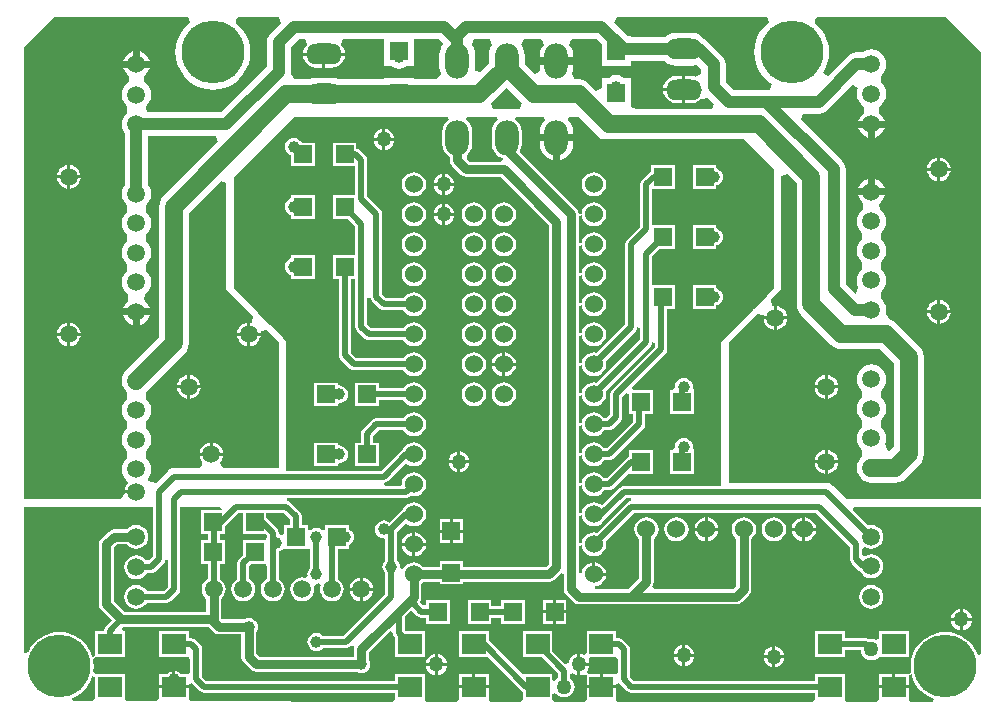
<source format=gtl>
G04 Layer_Physical_Order=1*
G04 Layer_Color=255*
%FSLAX25Y25*%
%MOIN*%
G70*
G01*
G75*
%ADD10R,0.05906X0.05906*%
%ADD11R,0.05906X0.05906*%
%ADD12R,0.07874X0.06693*%
%ADD13C,0.01969*%
%ADD14C,0.02953*%
%ADD15C,0.05906*%
%ADD16C,0.03937*%
%ADD17O,0.12000X0.07000*%
%ADD18C,0.05906*%
%ADD19C,0.20945*%
%ADD20C,0.06000*%
%ADD21O,0.07874X0.11811*%
%ADD22C,0.05000*%
%ADD23C,0.03937*%
G36*
X192579Y219305D02*
Y211968D01*
X202421D01*
Y213529D01*
X213692D01*
X214742Y212723D01*
X216072Y212172D01*
X217500Y211984D01*
X222500D01*
X223928Y212172D01*
X224482Y212402D01*
X225845Y211039D01*
X225574Y209397D01*
X223809Y208443D01*
X223675Y208498D01*
X222500Y208653D01*
X220500D01*
Y204114D01*
Y199575D01*
X222500D01*
X223675Y199730D01*
X224769Y200183D01*
X225709Y200905D01*
X225732Y200935D01*
X225745Y200945D01*
X228018Y201218D01*
X228262Y201122D01*
X230065Y199319D01*
X229312Y197500D01*
X204104D01*
X202421Y198189D01*
Y208032D01*
X200016D01*
X199486Y208439D01*
X198528Y208836D01*
X197500Y208971D01*
X196472Y208836D01*
X195515Y208439D01*
X194983Y208032D01*
X192579D01*
Y204513D01*
X190760Y203760D01*
X188510Y206010D01*
X187482Y206799D01*
X186285Y207295D01*
X185000Y207464D01*
X183714D01*
X183260Y207921D01*
X182546Y209432D01*
X182870Y210215D01*
X183059Y211653D01*
Y212441D01*
X171941D01*
Y211653D01*
X172118Y210303D01*
X171994Y210152D01*
X170358Y209280D01*
X166899Y212739D01*
Y215591D01*
X166785Y216748D01*
X166447Y217861D01*
X165899Y218887D01*
X165756Y219060D01*
X166688Y221029D01*
X172339D01*
X172689Y220600D01*
X173215Y219060D01*
X172685Y218370D01*
X172130Y217029D01*
X171941Y215591D01*
Y214803D01*
X183059D01*
Y215591D01*
X182870Y217029D01*
X182315Y218370D01*
X181785Y219060D01*
X182311Y220600D01*
X182661Y221029D01*
X190855D01*
X192579Y219305D01*
D02*
G37*
G36*
X139947Y219438D02*
X139495Y218887D01*
X138947Y217861D01*
X138609Y216748D01*
X138495Y215591D01*
Y211653D01*
X138609Y210496D01*
X138947Y209383D01*
X137740Y207464D01*
X129921D01*
Y208032D01*
X120079D01*
Y207464D01*
X104806D01*
X103928Y207828D01*
X102500Y208016D01*
X97500D01*
X96072Y207828D01*
X95194Y207464D01*
X90342D01*
X89659Y208148D01*
X88896Y209432D01*
X88971Y210000D01*
Y218355D01*
X91645Y221029D01*
X93577D01*
X94242Y219228D01*
X94264Y219060D01*
X93569Y218155D01*
X93116Y217061D01*
X93027Y216386D01*
X100000D01*
X106973D01*
X106884Y217061D01*
X106431Y218155D01*
X105736Y219060D01*
X105758Y219228D01*
X106423Y221029D01*
X120079D01*
Y211968D01*
X122484D01*
X123014Y211561D01*
X123972Y211164D01*
X125000Y211029D01*
X126028Y211164D01*
X126986Y211561D01*
X127516Y211968D01*
X129921D01*
Y221029D01*
X138355D01*
X139947Y219438D01*
D02*
G37*
G36*
X156173Y219060D02*
X156030Y218887D01*
X155482Y217861D01*
X155145Y216748D01*
X155031Y215591D01*
Y212739D01*
X152097Y209806D01*
X150846Y210273D01*
X150276Y210769D01*
X150363Y211653D01*
Y215591D01*
X150249Y216748D01*
X149911Y217861D01*
X149363Y218887D01*
X149221Y219060D01*
X150152Y221029D01*
X155242D01*
X156173Y219060D01*
D02*
G37*
G36*
X85762Y226378D02*
X82192Y222808D01*
X81561Y221986D01*
X81164Y221028D01*
X81029Y220000D01*
Y211645D01*
X65855Y196471D01*
X41139D01*
X40570Y198216D01*
X40571Y198231D01*
X40731Y198619D01*
X41010Y198833D01*
X41799Y199861D01*
X42295Y201058D01*
X42464Y202343D01*
X42295Y203627D01*
X41799Y204824D01*
X41010Y205852D01*
X40104Y206547D01*
X39944Y207542D01*
X40045Y208746D01*
X40729Y209271D01*
X41455Y210217D01*
X41911Y211318D01*
X41911Y211319D01*
X37500D01*
X33089D01*
X33089Y211318D01*
X33545Y210217D01*
X34271Y209271D01*
X34955Y208746D01*
X35056Y207542D01*
X34896Y206547D01*
X33990Y205852D01*
X33201Y204824D01*
X32705Y203627D01*
X32536Y202343D01*
X32705Y201058D01*
X33201Y199861D01*
X33990Y198833D01*
X34269Y198619D01*
X34402Y198295D01*
Y196548D01*
X34269Y196224D01*
X33990Y196010D01*
X33201Y194982D01*
X32705Y193785D01*
X32536Y192500D01*
X32705Y191215D01*
X33201Y190018D01*
X33529Y189591D01*
Y172279D01*
X33201Y171852D01*
X32705Y170655D01*
X32536Y169370D01*
X32705Y168085D01*
X33201Y166888D01*
X33990Y165860D01*
X34269Y165647D01*
X34402Y165322D01*
Y163575D01*
X34269Y163251D01*
X33990Y163037D01*
X33201Y162009D01*
X32705Y160812D01*
X32536Y159528D01*
X32705Y158243D01*
X33201Y157046D01*
X33990Y156018D01*
X34269Y155804D01*
X34402Y155480D01*
Y153733D01*
X34269Y153409D01*
X33990Y153195D01*
X33201Y152167D01*
X32705Y150970D01*
X32536Y149685D01*
X32705Y148400D01*
X33201Y147203D01*
X33990Y146175D01*
X34269Y145961D01*
X34402Y145637D01*
Y143890D01*
X34269Y143566D01*
X33990Y143352D01*
X33201Y142324D01*
X32705Y141127D01*
X32536Y139842D01*
X32705Y138558D01*
X33201Y137361D01*
X33990Y136333D01*
X34629Y135842D01*
X34807Y135271D01*
X34844Y134490D01*
X34689Y133550D01*
X34271Y133229D01*
X33545Y132283D01*
X33089Y131182D01*
X33089Y131181D01*
X37500D01*
X41911D01*
X41911Y131182D01*
X41455Y132283D01*
X40729Y133229D01*
X40311Y133550D01*
X40156Y134490D01*
X40193Y135271D01*
X40371Y135842D01*
X41010Y136333D01*
X41799Y137361D01*
X42295Y138558D01*
X42464Y139842D01*
X42295Y141127D01*
X41799Y142324D01*
X41010Y143352D01*
X40731Y143566D01*
X40598Y143890D01*
Y145637D01*
X40731Y145961D01*
X41010Y146175D01*
X41799Y147203D01*
X42295Y148400D01*
X42464Y149685D01*
X42295Y150970D01*
X41799Y152167D01*
X41010Y153195D01*
X40731Y153409D01*
X40598Y153733D01*
Y155480D01*
X40731Y155804D01*
X41010Y156018D01*
X41799Y157046D01*
X42295Y158243D01*
X42464Y159528D01*
X42295Y160812D01*
X41799Y162009D01*
X41010Y163037D01*
X40731Y163251D01*
X40598Y163575D01*
Y165322D01*
X40731Y165647D01*
X41010Y165860D01*
X41799Y166888D01*
X42295Y168085D01*
X42464Y169370D01*
X42295Y170655D01*
X41799Y171852D01*
X41471Y172279D01*
Y188529D01*
X63937D01*
X64691Y186710D01*
X46490Y168510D01*
X45701Y167482D01*
X45205Y166285D01*
X45036Y165000D01*
Y121584D01*
X33990Y110537D01*
X33201Y109509D01*
X32705Y108312D01*
X32536Y107028D01*
X32705Y105743D01*
X33201Y104546D01*
X33990Y103518D01*
X34269Y103304D01*
X34402Y102980D01*
Y101233D01*
X34269Y100909D01*
X33990Y100695D01*
X33201Y99667D01*
X32705Y98470D01*
X32536Y97185D01*
X32705Y95900D01*
X33201Y94703D01*
X33990Y93675D01*
X34269Y93462D01*
X34402Y93137D01*
Y91390D01*
X34269Y91066D01*
X33990Y90852D01*
X33201Y89824D01*
X32705Y88627D01*
X32536Y87343D01*
X32705Y86058D01*
X33201Y84861D01*
X33990Y83833D01*
X34269Y83619D01*
X34402Y83295D01*
Y81548D01*
X34269Y81224D01*
X33990Y81010D01*
X33201Y79982D01*
X32705Y78785D01*
X32536Y77500D01*
X32705Y76215D01*
X33201Y75018D01*
X33613Y74481D01*
X34681Y72819D01*
X34047Y71993D01*
X33649Y71032D01*
X33579Y70500D01*
X37500D01*
Y69500D01*
X33579D01*
X33583Y69468D01*
X32772Y68122D01*
X32126Y67500D01*
X0D01*
Y218347D01*
X10000Y228346D01*
X54688D01*
X55190Y227458D01*
X55360Y226378D01*
X54168Y225360D01*
X52896Y223871D01*
X51873Y222201D01*
X51123Y220392D01*
X50666Y218488D01*
X50513Y216535D01*
X50666Y214583D01*
X51123Y212679D01*
X51873Y210870D01*
X52896Y209200D01*
X54168Y207711D01*
X55657Y206439D01*
X57327Y205416D01*
X59136Y204667D01*
X61040Y204210D01*
X62992Y204056D01*
X64944Y204210D01*
X66848Y204667D01*
X68658Y205416D01*
X70327Y206439D01*
X71816Y207711D01*
X73088Y209200D01*
X74111Y210870D01*
X74861Y212679D01*
X75318Y214583D01*
X75472Y216535D01*
X75318Y218488D01*
X74861Y220392D01*
X74111Y222201D01*
X73088Y223871D01*
X71816Y225360D01*
X70624Y226378D01*
X70794Y227458D01*
X71296Y228346D01*
X84947D01*
X85762Y226378D01*
D02*
G37*
G36*
X248103Y227458D02*
X248273Y226378D01*
X247081Y225360D01*
X245810Y223871D01*
X244786Y222201D01*
X244037Y220392D01*
X243580Y218488D01*
X243426Y216535D01*
X243580Y214583D01*
X244037Y212679D01*
X244786Y210870D01*
X245810Y209200D01*
X247081Y207711D01*
X248570Y206439D01*
X249386Y205940D01*
X248831Y203971D01*
X236645D01*
X233971Y206645D01*
Y212500D01*
X233836Y213528D01*
X233439Y214486D01*
X232808Y215308D01*
X227808Y220308D01*
X226986Y220939D01*
X226646Y221079D01*
X226400Y221400D01*
X225258Y222277D01*
X223928Y222828D01*
X222500Y223016D01*
X217500D01*
X216072Y222828D01*
X214742Y222277D01*
X213692Y221471D01*
X202421D01*
Y221811D01*
X201305D01*
X196738Y226378D01*
X197553Y228346D01*
X247601D01*
X248103Y227458D01*
D02*
G37*
G36*
X166130Y199469D02*
X165513Y197674D01*
X165368Y197500D01*
X156561Y197500D01*
X156416Y197674D01*
X155799Y199469D01*
X160965Y204634D01*
X166130Y199469D01*
D02*
G37*
G36*
X318898Y216535D02*
X318898Y67500D01*
X274212D01*
X269606Y72106D01*
X268989Y72579D01*
X268271Y72877D01*
X267500Y72978D01*
X235000D01*
X235000Y120000D01*
X244340Y129340D01*
X246472Y128997D01*
X246624Y128840D01*
X246579Y128500D01*
X250000D01*
Y131921D01*
X249660Y131876D01*
X249503Y132028D01*
X249160Y134160D01*
X252500Y137500D01*
X252500Y175196D01*
X254468Y176012D01*
X257536Y172944D01*
Y132500D01*
X257705Y131215D01*
X258201Y130018D01*
X258990Y128990D01*
X268990Y118990D01*
X270018Y118201D01*
X271215Y117705D01*
X272500Y117536D01*
X285444D01*
X290036Y112944D01*
Y85122D01*
X288427Y83688D01*
X288063Y83747D01*
X287619Y84304D01*
X287011Y85845D01*
X287295Y86530D01*
X287464Y87815D01*
X287295Y89100D01*
X286799Y90297D01*
X286010Y91325D01*
X285731Y91539D01*
X285598Y91863D01*
Y93610D01*
X285731Y93934D01*
X286010Y94148D01*
X286799Y95176D01*
X287295Y96373D01*
X287464Y97658D01*
X287295Y98942D01*
X286799Y100139D01*
X286010Y101167D01*
X285731Y101381D01*
X285598Y101705D01*
Y103452D01*
X285731Y103776D01*
X286010Y103990D01*
X286799Y105018D01*
X287295Y106215D01*
X287464Y107500D01*
X287295Y108785D01*
X286799Y109982D01*
X286010Y111010D01*
X284982Y111799D01*
X283785Y112295D01*
X282500Y112464D01*
X281215Y112295D01*
X280018Y111799D01*
X278990Y111010D01*
X278201Y109982D01*
X277705Y108785D01*
X277536Y107500D01*
X277705Y106215D01*
X278201Y105018D01*
X278990Y103990D01*
X279269Y103776D01*
X279402Y103452D01*
Y101705D01*
X279269Y101381D01*
X278990Y101167D01*
X278201Y100139D01*
X277705Y98942D01*
X277536Y97658D01*
X277705Y96373D01*
X278201Y95176D01*
X278990Y94148D01*
X279269Y93934D01*
X279402Y93610D01*
Y91863D01*
X279269Y91539D01*
X278990Y91325D01*
X278201Y90297D01*
X277705Y89100D01*
X277536Y87815D01*
X277705Y86530D01*
X278201Y85333D01*
X278990Y84305D01*
X279269Y84091D01*
X279402Y83767D01*
Y82020D01*
X279269Y81696D01*
X278990Y81482D01*
X278201Y80454D01*
X277705Y79257D01*
X277536Y77972D01*
X277705Y76688D01*
X278201Y75491D01*
X278990Y74463D01*
X280018Y73674D01*
X281215Y73178D01*
X282500Y73009D01*
X290472D01*
X291757Y73178D01*
X292954Y73674D01*
X293982Y74463D01*
X298510Y78990D01*
X299299Y80018D01*
X299795Y81215D01*
X299964Y82500D01*
Y115000D01*
X299795Y116285D01*
X299299Y117482D01*
X298510Y118510D01*
X291010Y126010D01*
X289982Y126799D01*
X288785Y127295D01*
X288548Y127326D01*
X287308Y129227D01*
X287305Y129246D01*
X287306Y129432D01*
X287464Y130630D01*
X287295Y131915D01*
X286799Y133112D01*
X286010Y134140D01*
X285731Y134353D01*
X285598Y134678D01*
Y136425D01*
X285731Y136749D01*
X286010Y136963D01*
X286799Y137991D01*
X287295Y139188D01*
X287464Y140472D01*
X287295Y141757D01*
X286799Y142954D01*
X286010Y143982D01*
X285731Y144196D01*
X285598Y144520D01*
Y146267D01*
X285731Y146591D01*
X286010Y146805D01*
X286799Y147833D01*
X287295Y149030D01*
X287464Y150315D01*
X287295Y151600D01*
X286799Y152797D01*
X286010Y153825D01*
X285731Y154039D01*
X285598Y154363D01*
Y156110D01*
X285731Y156434D01*
X286010Y156648D01*
X286799Y157676D01*
X287295Y158873D01*
X287464Y160158D01*
X287295Y161442D01*
X286799Y162639D01*
X286010Y163667D01*
X285371Y164158D01*
X285193Y164729D01*
X285156Y165510D01*
X285311Y166450D01*
X285729Y166771D01*
X286455Y167717D01*
X286911Y168818D01*
X286911Y168819D01*
X282500D01*
X278089D01*
X278089Y168818D01*
X278545Y167717D01*
X279271Y166771D01*
X279689Y166450D01*
X279844Y165510D01*
X279807Y164729D01*
X279629Y164158D01*
X278990Y163667D01*
X278201Y162639D01*
X277705Y161442D01*
X277536Y160158D01*
X277705Y158873D01*
X278201Y157676D01*
X278990Y156648D01*
X279269Y156434D01*
X279402Y156110D01*
Y154363D01*
X279269Y154039D01*
X278990Y153825D01*
X278201Y152797D01*
X277705Y151600D01*
X277536Y150315D01*
X277705Y149030D01*
X278201Y147833D01*
X278990Y146805D01*
X279269Y146591D01*
X279402Y146267D01*
Y144520D01*
X279269Y144196D01*
X278990Y143982D01*
X278201Y142954D01*
X277705Y141757D01*
X277536Y140472D01*
X277705Y139188D01*
X278157Y138098D01*
X278186Y137956D01*
X277309Y135920D01*
X277215Y135901D01*
X273971Y139145D01*
Y177500D01*
X273836Y178528D01*
X273439Y179485D01*
X272808Y180308D01*
X258905Y194210D01*
X259659Y196029D01*
X265000D01*
X266028Y196164D01*
X266986Y196561D01*
X267808Y197192D01*
X276294Y205678D01*
X277962Y204563D01*
X277705Y203942D01*
X277536Y202658D01*
X277705Y201373D01*
X278201Y200176D01*
X278990Y199148D01*
X279896Y198453D01*
X280056Y197458D01*
X279955Y196254D01*
X279271Y195729D01*
X278545Y194783D01*
X278089Y193682D01*
X278089Y193681D01*
X282500D01*
X286911D01*
X286911Y193682D01*
X286455Y194783D01*
X285729Y195729D01*
X285045Y196254D01*
X284944Y197458D01*
X285104Y198453D01*
X286010Y199148D01*
X286799Y200176D01*
X287295Y201373D01*
X287464Y202658D01*
X287295Y203942D01*
X286799Y205139D01*
X286010Y206167D01*
X285731Y206381D01*
X285598Y206705D01*
Y208452D01*
X285731Y208776D01*
X286010Y208990D01*
X286799Y210018D01*
X287295Y211215D01*
X287464Y212500D01*
X287295Y213785D01*
X286799Y214982D01*
X286010Y216010D01*
X284982Y216799D01*
X283785Y217295D01*
X282500Y217464D01*
X281215Y217295D01*
X280018Y216799D01*
X279591Y216471D01*
X277500D01*
X276472Y216336D01*
X275515Y215939D01*
X274692Y215308D01*
X267876Y208492D01*
X266320Y209719D01*
X267025Y210870D01*
X267774Y212679D01*
X268231Y214583D01*
X268385Y216535D01*
X268231Y218488D01*
X267774Y220392D01*
X267025Y222201D01*
X266002Y223871D01*
X264730Y225360D01*
X263538Y226378D01*
X263708Y227458D01*
X264210Y228346D01*
X307087D01*
X318898Y216535D01*
D02*
G37*
G36*
X192500Y187500D02*
X240000D01*
X250000Y177500D01*
X250000Y137838D01*
X247741Y135580D01*
X247652Y135446D01*
X247534Y135336D01*
X247436Y135123D01*
X247306Y134928D01*
X247276Y134776D01*
X243724Y131224D01*
X243572Y131194D01*
X243377Y131064D01*
X243164Y130966D01*
X243054Y130848D01*
X242920Y130759D01*
X233581Y121419D01*
X233146Y120768D01*
X233115Y120615D01*
X232500Y120000D01*
Y72023D01*
X200000D01*
X199226Y71869D01*
X198569Y71431D01*
X192648Y65510D01*
X192017Y65994D01*
X191044Y66397D01*
X190000Y66535D01*
X188956Y66397D01*
X187983Y65994D01*
X187147Y65353D01*
X186506Y64517D01*
X186103Y63544D01*
X186009Y62832D01*
X185025Y62896D01*
Y72104D01*
X186009Y72168D01*
X186047Y71884D01*
X186103Y71456D01*
X186506Y70483D01*
X187147Y69647D01*
X187983Y69006D01*
X188956Y68603D01*
X190000Y68466D01*
X191044Y68603D01*
X192017Y69006D01*
X192853Y69647D01*
X193490Y70477D01*
X195000D01*
X195774Y70631D01*
X196431Y71069D01*
X200902Y75541D01*
X201658Y76047D01*
Y76047D01*
X201658Y76047D01*
X209563D01*
Y83953D01*
X201658D01*
Y81823D01*
X201069Y81431D01*
X194374Y74735D01*
X193287Y74787D01*
X192853Y75353D01*
X192017Y75994D01*
X191044Y76397D01*
X190000Y76534D01*
X188956Y76397D01*
X187983Y75994D01*
X187147Y75353D01*
X186506Y74517D01*
X186103Y73544D01*
X186047Y73116D01*
X186009Y72832D01*
X185025Y72896D01*
Y82104D01*
X186009Y82168D01*
X186103Y81456D01*
X186506Y80483D01*
X187147Y79647D01*
X187983Y79006D01*
X188956Y78603D01*
X190000Y78465D01*
X191044Y78603D01*
X192017Y79006D01*
X192853Y79647D01*
X193490Y80477D01*
X195000D01*
X195774Y80631D01*
X196431Y81069D01*
X206431Y91069D01*
X206869Y91726D01*
X207023Y92500D01*
Y96047D01*
X209563D01*
Y103953D01*
X203100D01*
X202723Y104862D01*
X213931Y116069D01*
X214369Y116726D01*
X214523Y117500D01*
Y131047D01*
X217063D01*
Y138953D01*
X209523D01*
Y148552D01*
X212019Y151047D01*
X217063D01*
Y158953D01*
X209523D01*
Y171047D01*
X217063D01*
Y178953D01*
X209157D01*
Y176823D01*
X208569Y176431D01*
X206069Y173931D01*
X205631Y173274D01*
X205477Y172500D01*
Y158338D01*
X201069Y153931D01*
X200631Y153274D01*
X200477Y152500D01*
Y125838D01*
X191037Y116398D01*
X190000Y116534D01*
X188956Y116397D01*
X187983Y115994D01*
X187147Y115353D01*
X186506Y114517D01*
X186103Y113544D01*
X186009Y112832D01*
X185025Y112896D01*
Y122104D01*
X186009Y122168D01*
X186047Y121884D01*
X186103Y121456D01*
X186506Y120483D01*
X187147Y119647D01*
X187983Y119006D01*
X188956Y118603D01*
X190000Y118465D01*
X191044Y118603D01*
X192017Y119006D01*
X192853Y119647D01*
X193494Y120483D01*
X193897Y121456D01*
X194035Y122500D01*
X193897Y123544D01*
X193494Y124517D01*
X192853Y125353D01*
X192017Y125994D01*
X191044Y126397D01*
X190000Y126534D01*
X188956Y126397D01*
X187983Y125994D01*
X187147Y125353D01*
X186506Y124517D01*
X186103Y123544D01*
X186047Y123116D01*
X186009Y122832D01*
X185025Y122896D01*
Y132104D01*
X186009Y132168D01*
X186047Y131884D01*
X186103Y131456D01*
X186506Y130483D01*
X187147Y129647D01*
X187983Y129006D01*
X188956Y128603D01*
X190000Y128465D01*
X191044Y128603D01*
X192017Y129006D01*
X192853Y129647D01*
X193494Y130483D01*
X193897Y131456D01*
X194035Y132500D01*
X193897Y133544D01*
X193494Y134517D01*
X192853Y135353D01*
X192017Y135994D01*
X191044Y136397D01*
X190000Y136535D01*
X188956Y136397D01*
X187983Y135994D01*
X187147Y135353D01*
X186506Y134517D01*
X186103Y133544D01*
X186047Y133116D01*
X186009Y132832D01*
X185025Y132896D01*
Y142104D01*
X186009Y142168D01*
X186047Y141884D01*
X186103Y141456D01*
X186506Y140483D01*
X187147Y139647D01*
X187983Y139006D01*
X188956Y138603D01*
X190000Y138465D01*
X191044Y138603D01*
X192017Y139006D01*
X192853Y139647D01*
X193494Y140483D01*
X193897Y141456D01*
X194035Y142500D01*
X193897Y143544D01*
X193494Y144517D01*
X192853Y145353D01*
X192017Y145994D01*
X191044Y146397D01*
X190000Y146535D01*
X188956Y146397D01*
X187983Y145994D01*
X187147Y145353D01*
X186506Y144517D01*
X186103Y143544D01*
X186047Y143116D01*
X186009Y142832D01*
X185025Y142896D01*
Y152104D01*
X186009Y152168D01*
X186047Y151884D01*
X186103Y151456D01*
X186506Y150483D01*
X187147Y149647D01*
X187983Y149006D01*
X188956Y148603D01*
X190000Y148466D01*
X191044Y148603D01*
X192017Y149006D01*
X192853Y149647D01*
X193494Y150483D01*
X193897Y151456D01*
X194035Y152500D01*
X193897Y153544D01*
X193494Y154517D01*
X192853Y155353D01*
X192017Y155994D01*
X191044Y156397D01*
X190000Y156535D01*
X188956Y156397D01*
X187983Y155994D01*
X187147Y155353D01*
X186506Y154517D01*
X186103Y153544D01*
X186047Y153116D01*
X186009Y152832D01*
X185025Y152896D01*
Y161546D01*
X185025Y162104D01*
X186009Y162168D01*
X186103Y161456D01*
X186506Y160483D01*
X187147Y159647D01*
X187983Y159006D01*
X188956Y158603D01*
X190000Y158466D01*
X191044Y158603D01*
X192017Y159006D01*
X192853Y159647D01*
X193494Y160483D01*
X193897Y161456D01*
X194035Y162500D01*
X193897Y163544D01*
X193494Y164517D01*
X192853Y165353D01*
X192017Y165994D01*
X191044Y166397D01*
X190000Y166534D01*
X188956Y166397D01*
X187983Y165994D01*
X187147Y165353D01*
X186506Y164517D01*
X186103Y163544D01*
X185976Y162580D01*
X185025Y162500D01*
X184833Y163466D01*
X184285Y164285D01*
X165156Y183415D01*
X165277Y183573D01*
X165775Y184774D01*
X165944Y186063D01*
Y190000D01*
X165775Y191289D01*
X165277Y192490D01*
X164486Y193521D01*
X163841Y194016D01*
X164175Y195000D01*
X173345D01*
X173679Y194016D01*
X173569Y193931D01*
X172685Y192780D01*
X172130Y191439D01*
X171941Y190000D01*
Y189213D01*
X177500D01*
X183059D01*
Y190000D01*
X182870Y191439D01*
X182315Y192780D01*
X181431Y193931D01*
X181321Y194016D01*
X181655Y195000D01*
X185000D01*
X192500Y187500D01*
D02*
G37*
G36*
X158088Y194016D02*
X157443Y193521D01*
X156652Y192490D01*
X156155Y191289D01*
X155985Y190000D01*
Y186063D01*
X156155Y184774D01*
X156652Y183573D01*
X157443Y182542D01*
X158475Y181751D01*
X159579Y181293D01*
X159704Y181185D01*
X159777Y181009D01*
X159120Y180025D01*
X148546D01*
X147565Y181006D01*
X147651Y182312D01*
X147950Y182542D01*
X148742Y183573D01*
X149239Y184774D01*
X149409Y186063D01*
Y190000D01*
X149239Y191289D01*
X148742Y192490D01*
X147950Y193521D01*
X147306Y194016D01*
X147640Y195000D01*
X157754D01*
X158088Y194016D01*
D02*
G37*
G36*
X67500Y172908D02*
Y137500D01*
X76340Y128660D01*
X75997Y126528D01*
X75840Y126376D01*
X75500Y126421D01*
Y123000D01*
X78921D01*
X78876Y123340D01*
X79028Y123497D01*
X81160Y123840D01*
X85000Y120000D01*
Y77978D01*
X66334D01*
X65778Y78911D01*
X65523Y79947D01*
X65953Y80507D01*
X66351Y81468D01*
X66421Y82000D01*
X58579D01*
X58649Y81468D01*
X59047Y80507D01*
X59477Y79947D01*
X59222Y78911D01*
X58666Y77978D01*
X50000D01*
X50000Y77978D01*
X49229Y77877D01*
X48511Y77579D01*
X47894Y77106D01*
X43893Y73105D01*
X41521Y73516D01*
X41201Y74192D01*
X41387Y74481D01*
X41799Y75018D01*
X42295Y76215D01*
X42464Y77500D01*
X42295Y78785D01*
X41799Y79982D01*
X41010Y81010D01*
X40731Y81224D01*
X40598Y81548D01*
Y83295D01*
X40731Y83619D01*
X41010Y83833D01*
X41799Y84861D01*
X42295Y86058D01*
X42464Y87343D01*
X42295Y88627D01*
X41799Y89824D01*
X41010Y90852D01*
X40731Y91066D01*
X40598Y91390D01*
Y93137D01*
X40731Y93462D01*
X41010Y93675D01*
X41799Y94703D01*
X42295Y95900D01*
X42464Y97185D01*
X42295Y98470D01*
X41799Y99667D01*
X41010Y100695D01*
X40731Y100909D01*
X40598Y101233D01*
Y102980D01*
X40731Y103304D01*
X41010Y103518D01*
X53510Y116018D01*
X54299Y117046D01*
X54795Y118243D01*
X54964Y119528D01*
Y162944D01*
X65681Y173662D01*
X67500Y172908D01*
D02*
G37*
G36*
X205477Y124750D02*
Y120838D01*
X191037Y106398D01*
X190000Y106535D01*
X188956Y106397D01*
X187983Y105994D01*
X187147Y105353D01*
X186506Y104517D01*
X186103Y103544D01*
X186009Y102832D01*
X185025Y102896D01*
Y112104D01*
X186009Y112168D01*
X186103Y111456D01*
X186506Y110483D01*
X187147Y109647D01*
X187983Y109006D01*
X188956Y108603D01*
X190000Y108466D01*
X191044Y108603D01*
X192017Y109006D01*
X192853Y109647D01*
X193494Y110483D01*
X193897Y111456D01*
X194035Y112500D01*
X193898Y113537D01*
X203931Y123569D01*
X204369Y124226D01*
X204493Y124847D01*
X205477Y124750D01*
D02*
G37*
G36*
X210477Y119750D02*
Y118338D01*
X196069Y103931D01*
X195631Y103274D01*
X195477Y102500D01*
Y95838D01*
X194374Y94735D01*
X193287Y94787D01*
X192853Y95353D01*
X192017Y95994D01*
X191044Y96397D01*
X190000Y96535D01*
X188956Y96397D01*
X187983Y95994D01*
X187147Y95353D01*
X186506Y94517D01*
X186103Y93544D01*
X186009Y92832D01*
X185025Y92896D01*
Y102104D01*
X186009Y102168D01*
X186103Y101456D01*
X186506Y100483D01*
X187147Y99647D01*
X187983Y99006D01*
X188956Y98603D01*
X190000Y98466D01*
X191044Y98603D01*
X192017Y99006D01*
X192853Y99647D01*
X193494Y100483D01*
X193897Y101456D01*
X194035Y102500D01*
X193898Y103537D01*
X208931Y118569D01*
X209369Y119226D01*
X209493Y119847D01*
X210477Y119750D01*
D02*
G37*
G36*
X201658Y102510D02*
Y96047D01*
X202977D01*
Y93338D01*
X194374Y84735D01*
X193287Y84787D01*
X192853Y85353D01*
X192017Y85994D01*
X191044Y86397D01*
X190000Y86535D01*
X188956Y86397D01*
X187983Y85994D01*
X187147Y85353D01*
X186506Y84517D01*
X186103Y83544D01*
X186009Y82832D01*
X185025Y82896D01*
Y92104D01*
X186009Y92168D01*
X186103Y91456D01*
X186506Y90483D01*
X187147Y89647D01*
X187983Y89006D01*
X188956Y88603D01*
X190000Y88465D01*
X191044Y88603D01*
X192017Y89006D01*
X192853Y89647D01*
X193490Y90477D01*
X195000D01*
X195774Y90631D01*
X196431Y91069D01*
X198931Y93569D01*
X199369Y94226D01*
X199523Y95000D01*
Y101662D01*
X200748Y102887D01*
X201658Y102510D01*
D02*
G37*
G36*
X141553Y194016D02*
X140908Y193521D01*
X140117Y192490D01*
X139619Y191289D01*
X139450Y190000D01*
Y186063D01*
X139619Y184774D01*
X140117Y183573D01*
X140908Y182542D01*
X141904Y181778D01*
Y180571D01*
X142096Y179605D01*
X142644Y178786D01*
X145715Y175715D01*
X146534Y175167D01*
X147500Y174975D01*
X158954D01*
X174975Y158954D01*
Y46046D01*
X173954Y45025D01*
X146453D01*
Y47063D01*
X138547D01*
Y45025D01*
X133105D01*
X132853Y45353D01*
X132017Y45994D01*
X131044Y46397D01*
X130000Y46534D01*
X128956Y46397D01*
X127983Y45994D01*
X127147Y45353D01*
X126506Y44517D01*
X126385Y44225D01*
X125426Y44482D01*
X125494Y45000D01*
X125392Y45775D01*
X125093Y46497D01*
X124617Y47117D01*
X124523Y47189D01*
Y56662D01*
X127351Y59490D01*
X127983Y59006D01*
X128956Y58603D01*
X130000Y58465D01*
X131044Y58603D01*
X132017Y59006D01*
X132853Y59647D01*
X133494Y60483D01*
X133897Y61456D01*
X134035Y62500D01*
X133897Y63544D01*
X133494Y64517D01*
X132853Y65353D01*
X132017Y65994D01*
X131044Y66397D01*
X130000Y66535D01*
X128956Y66397D01*
X127983Y65994D01*
X127147Y65353D01*
X126506Y64517D01*
X126337Y64109D01*
X126069Y63931D01*
X121913Y59774D01*
X121497Y60093D01*
X120775Y60392D01*
X120000Y60494D01*
X119225Y60392D01*
X118503Y60093D01*
X117883Y59617D01*
X117407Y58997D01*
X117108Y58275D01*
X117006Y57500D01*
X117108Y56725D01*
X117407Y56003D01*
X117883Y55383D01*
X118503Y54907D01*
X119225Y54608D01*
X120000Y54506D01*
X120477Y54088D01*
Y47189D01*
X120383Y47117D01*
X119907Y46497D01*
X119608Y45775D01*
X119506Y45000D01*
X119608Y44225D01*
X119907Y43503D01*
X120383Y42883D01*
X120477Y42811D01*
Y35838D01*
X106662Y22023D01*
X99689D01*
X99617Y22117D01*
X98997Y22593D01*
X98275Y22892D01*
X97500Y22994D01*
X96725Y22892D01*
X96003Y22593D01*
X95383Y22117D01*
X94907Y21497D01*
X94608Y20775D01*
X94506Y20000D01*
X94608Y19225D01*
X94907Y18503D01*
X95383Y17883D01*
X96003Y17407D01*
X96725Y17108D01*
X97500Y17006D01*
X98275Y17108D01*
X98997Y17407D01*
X99617Y17883D01*
X99689Y17977D01*
X107500D01*
X108274Y18131D01*
X108931Y18569D01*
X109141Y18780D01*
X110111Y18461D01*
X110154Y18401D01*
X109975Y17500D01*
Y15025D01*
X78546D01*
X77525Y16046D01*
Y23414D01*
X77593Y23503D01*
X77892Y24225D01*
X77994Y25000D01*
X77892Y25775D01*
X77593Y26497D01*
X77117Y27117D01*
X76497Y27593D01*
X75775Y27892D01*
X75000Y27994D01*
X74225Y27892D01*
X73503Y27593D01*
X73414Y27525D01*
X66046D01*
X65812Y27758D01*
Y34455D01*
X66106Y34681D01*
X66740Y35507D01*
X67138Y36468D01*
X67274Y37500D01*
X67138Y38532D01*
X66740Y39493D01*
X66106Y40319D01*
X65311Y40930D01*
Y46047D01*
X67063D01*
Y53953D01*
X65311D01*
Y56047D01*
X67063D01*
Y58592D01*
X71448Y62977D01*
X72937D01*
Y56047D01*
X80481D01*
X80949Y55579D01*
Y54893D01*
X80843Y53953D01*
X79965Y53953D01*
X72937D01*
Y48908D01*
X71699Y47671D01*
X71261Y47014D01*
X71107Y46240D01*
Y40930D01*
X70311Y40319D01*
X69677Y39493D01*
X69279Y38532D01*
X69143Y37500D01*
X69279Y36468D01*
X69677Y35507D01*
X70311Y34681D01*
X71136Y34047D01*
X72098Y33649D01*
X73130Y33513D01*
X74162Y33649D01*
X75123Y34047D01*
X75949Y34681D01*
X76583Y35507D01*
X76981Y36468D01*
X77117Y37500D01*
X76981Y38532D01*
X76583Y39493D01*
X75949Y40319D01*
X75153Y40930D01*
Y45330D01*
X75870Y46047D01*
X80843Y46047D01*
X80949Y45107D01*
Y40930D01*
X80153Y40319D01*
X79520Y39493D01*
X79121Y38532D01*
X78986Y37500D01*
X79121Y36468D01*
X79520Y35507D01*
X80153Y34681D01*
X80979Y34047D01*
X81941Y33649D01*
X82972Y33513D01*
X84004Y33649D01*
X84966Y34047D01*
X85792Y34681D01*
X86425Y35507D01*
X86823Y36468D01*
X86959Y37500D01*
X86823Y38532D01*
X86425Y39493D01*
X85792Y40319D01*
X84996Y40930D01*
Y50199D01*
X85497Y50407D01*
X85832Y50664D01*
X86658Y51047D01*
X94563D01*
Y51047D01*
X95477Y50877D01*
Y44689D01*
X95383Y44617D01*
X94907Y43997D01*
X94608Y43275D01*
X94506Y42500D01*
X94555Y42123D01*
X94069Y41593D01*
X93863Y41435D01*
X93699Y41370D01*
X92815Y41487D01*
X91783Y41351D01*
X90821Y40953D01*
X89996Y40319D01*
X89362Y39493D01*
X88964Y38532D01*
X88828Y37500D01*
X88964Y36468D01*
X89362Y35507D01*
X89996Y34681D01*
X90821Y34047D01*
X91783Y33649D01*
X92815Y33513D01*
X93847Y33649D01*
X94808Y34047D01*
X95634Y34681D01*
X96268Y35507D01*
X96666Y36468D01*
X96802Y37500D01*
X96666Y38532D01*
X96626Y38628D01*
X97235Y39421D01*
X98261Y39534D01*
X98461Y39379D01*
X98922Y38811D01*
X98807Y38532D01*
X98671Y37500D01*
X98807Y36468D01*
X99205Y35507D01*
X99838Y34681D01*
X100664Y34047D01*
X101626Y33649D01*
X102657Y33513D01*
X103689Y33649D01*
X104651Y34047D01*
X105477Y34681D01*
X106110Y35507D01*
X106509Y36468D01*
X106644Y37500D01*
X106509Y38532D01*
X106110Y39493D01*
X105477Y40319D01*
X104681Y40930D01*
Y51047D01*
X108343D01*
Y52343D01*
X108497Y52407D01*
X109117Y52883D01*
X109593Y53503D01*
X109892Y54225D01*
X109994Y55000D01*
X109892Y55775D01*
X109593Y56497D01*
X109117Y57117D01*
X108497Y57593D01*
X108343Y57657D01*
Y58953D01*
X100437D01*
Y57665D01*
X100055Y57410D01*
X99453Y57243D01*
X98997Y57593D01*
X98275Y57892D01*
X97500Y57994D01*
X96725Y57892D01*
X96003Y57593D01*
X95547Y57243D01*
X94945Y57410D01*
X94563Y57665D01*
Y58953D01*
X92633D01*
Y61890D01*
X92479Y62664D01*
X92041Y63320D01*
X88931Y66431D01*
X88274Y66869D01*
X87653Y66993D01*
X87750Y67977D01*
X127500D01*
X128274Y68131D01*
X128931Y68569D01*
X128963Y68602D01*
X130000Y68466D01*
X131044Y68603D01*
X132017Y69006D01*
X132853Y69647D01*
X133494Y70483D01*
X133897Y71456D01*
X134035Y72500D01*
X133897Y73544D01*
X133494Y74517D01*
X132853Y75353D01*
X132017Y75994D01*
X131044Y76397D01*
X130000Y76534D01*
X128956Y76397D01*
X127983Y75994D01*
X127147Y75353D01*
X126506Y74517D01*
X126103Y73544D01*
X125965Y72500D01*
X125547Y72023D01*
X120250D01*
X120153Y73007D01*
X120774Y73131D01*
X121431Y73569D01*
X127351Y79490D01*
X127983Y79006D01*
X128956Y78603D01*
X130000Y78465D01*
X131044Y78603D01*
X132017Y79006D01*
X132853Y79647D01*
X133494Y80483D01*
X133897Y81456D01*
X134035Y82500D01*
X133897Y83544D01*
X133494Y84517D01*
X132853Y85353D01*
X132017Y85994D01*
X131044Y86397D01*
X130000Y86535D01*
X128956Y86397D01*
X127983Y85994D01*
X127147Y85353D01*
X126506Y84517D01*
X126337Y84109D01*
X126069Y83931D01*
X119162Y77023D01*
X87500D01*
Y120000D01*
X86885Y120615D01*
X86854Y120768D01*
X86419Y121419D01*
X82580Y125259D01*
X82446Y125348D01*
X82336Y125466D01*
X82123Y125564D01*
X81928Y125694D01*
X81776Y125724D01*
X78224Y129276D01*
X78194Y129429D01*
X78064Y129623D01*
X77966Y129836D01*
X77848Y129946D01*
X77759Y130080D01*
X70000Y137838D01*
Y175000D01*
X90000Y195000D01*
X141218Y195000D01*
X141553Y194016D01*
D02*
G37*
G36*
X202347Y66993D02*
X201726Y66869D01*
X201069Y66431D01*
X191037Y56398D01*
X190000Y56534D01*
X188956Y56397D01*
X187983Y55994D01*
X187147Y55353D01*
X186506Y54517D01*
X186103Y53544D01*
X186009Y52832D01*
X185025Y52896D01*
Y62104D01*
X186009Y62168D01*
X186103Y61456D01*
X186506Y60483D01*
X187147Y59647D01*
X187983Y59006D01*
X188956Y58603D01*
X190000Y58465D01*
X191044Y58603D01*
X192017Y59006D01*
X192853Y59647D01*
X193494Y60483D01*
X193663Y60891D01*
X193931Y61069D01*
X200838Y67977D01*
X202250D01*
X202347Y66993D01*
D02*
G37*
G36*
X88587Y61052D02*
Y58953D01*
X86658D01*
Y56041D01*
X85817Y55596D01*
X84996Y56064D01*
Y56417D01*
X84842Y57191D01*
X84403Y57848D01*
X80843Y61408D01*
Y62977D01*
X86662D01*
X88587Y61052D01*
D02*
G37*
G36*
X318898Y15848D02*
X317913Y15652D01*
X317340Y17036D01*
X316397Y18575D01*
X315224Y19948D01*
X313851Y21121D01*
X312311Y22065D01*
X310643Y22756D01*
X308887Y23177D01*
X307087Y23319D01*
X305286Y23177D01*
X303531Y22756D01*
X301862Y22065D01*
X300322Y21121D01*
X298949Y19948D01*
X297777Y18575D01*
X296833Y17036D01*
X296142Y15367D01*
X295720Y13611D01*
X295579Y11811D01*
X295720Y10011D01*
X295823Y9584D01*
X294868Y9347D01*
X290500D01*
Y5500D01*
X294937D01*
Y9058D01*
X295921Y9174D01*
X296142Y8255D01*
X296833Y6587D01*
X297777Y5047D01*
X298949Y3674D01*
X300322Y2501D01*
X301862Y1557D01*
X303241Y986D01*
X303045Y2D01*
X295653Y6D01*
X294937Y654D01*
X294937Y991D01*
Y4500D01*
X290000D01*
X285063D01*
Y997D01*
X284344Y13D01*
X274398Y18D01*
X273677Y654D01*
X273677Y1003D01*
Y9347D01*
X263803D01*
Y7023D01*
X203338D01*
X202023Y8338D01*
Y17500D01*
X201869Y18274D01*
X201431Y18931D01*
X199757Y20604D01*
X199101Y21042D01*
X198327Y21196D01*
X197437D01*
Y23520D01*
X187563D01*
Y16186D01*
X187184Y15887D01*
X186579Y15634D01*
X185914Y15910D01*
X185500Y15964D01*
Y13000D01*
X188464D01*
X188410Y13414D01*
X188232Y13842D01*
X188782Y14827D01*
X197437D01*
X197977Y14066D01*
Y10107D01*
X197437Y9347D01*
X196993Y9347D01*
X193000D01*
Y5500D01*
X197437D01*
Y5993D01*
X198421Y6291D01*
X198569Y6069D01*
X201069Y3569D01*
X201726Y3131D01*
X202500Y2977D01*
X263803D01*
Y1008D01*
X263079Y25D01*
X198176Y61D01*
X197437Y654D01*
X197437Y1046D01*
Y4500D01*
X192500D01*
Y5000D01*
D01*
Y4500D01*
X187563D01*
Y1051D01*
X186822Y67D01*
X176921Y73D01*
X176177Y654D01*
X176177Y1058D01*
Y2616D01*
X177161Y2950D01*
X177504Y2504D01*
X178235Y1943D01*
X179086Y1590D01*
X180000Y1470D01*
X180914Y1590D01*
X181765Y1943D01*
X182496Y2504D01*
X183057Y3235D01*
X183410Y4086D01*
X183530Y5000D01*
X183410Y5914D01*
X183057Y6765D01*
X182496Y7496D01*
X182023Y7859D01*
Y9132D01*
X183007Y9617D01*
X183235Y9443D01*
X184086Y9090D01*
X184500Y9036D01*
Y12500D01*
Y15964D01*
X184086Y15910D01*
X183235Y15557D01*
X182504Y14996D01*
X181943Y14265D01*
X181590Y13414D01*
X181551Y13116D01*
X180512Y12763D01*
X176177Y17097D01*
Y23520D01*
X166303D01*
Y14827D01*
X172725D01*
X177977Y9575D01*
Y7859D01*
X177504Y7496D01*
X177161Y7050D01*
X176177Y7384D01*
Y9347D01*
X166303D01*
X166303Y9347D01*
Y9347D01*
X165532Y9829D01*
X154937Y20424D01*
Y23520D01*
X145063D01*
Y14827D01*
X154812D01*
X166069Y3569D01*
X166303Y3413D01*
Y1063D01*
X165557Y79D01*
X155686Y85D01*
X154937Y654D01*
X154937Y1070D01*
Y4500D01*
X150000D01*
X145063D01*
Y1075D01*
X144312Y91D01*
X134431Y97D01*
X133677Y654D01*
X133677Y1081D01*
Y9347D01*
X123803D01*
Y7023D01*
X60838D01*
X59523Y8338D01*
Y17500D01*
X59369Y18274D01*
X58931Y18931D01*
X57257Y20604D01*
X56601Y21042D01*
X55827Y21196D01*
X54937D01*
Y23520D01*
X45063D01*
Y14827D01*
X54937D01*
X55477Y14066D01*
Y10107D01*
X54937Y9347D01*
X54493Y9347D01*
X52325D01*
X52117Y9617D01*
X51497Y10093D01*
X50775Y10392D01*
X50500Y10428D01*
Y7500D01*
X49500D01*
Y10428D01*
X49225Y10392D01*
X48503Y10093D01*
X47883Y9617D01*
X47675Y9347D01*
X45063D01*
Y5500D01*
X50000D01*
X54937D01*
Y5993D01*
X55921Y6291D01*
X56069Y6069D01*
X58569Y3569D01*
X59226Y3131D01*
X60000Y2977D01*
X123803D01*
Y1087D01*
X123047Y103D01*
X55709Y141D01*
X54937Y654D01*
X54937Y1125D01*
Y4500D01*
X50000D01*
X45063D01*
Y1131D01*
X44289Y147D01*
X34454Y153D01*
X33677Y654D01*
X33677Y1137D01*
Y9347D01*
X24030D01*
X23408Y9831D01*
X23182Y10074D01*
X23319Y11811D01*
X23177Y13611D01*
X22977Y14445D01*
X23898Y14827D01*
X33677D01*
Y23520D01*
X33091D01*
X32653Y24498D01*
X33030Y24975D01*
X61454D01*
X61502Y24927D01*
X61502Y24927D01*
X63215Y23215D01*
X64034Y22667D01*
X65000Y22475D01*
X72475D01*
Y15000D01*
X72667Y14034D01*
X73215Y13215D01*
X75715Y10715D01*
X76534Y10167D01*
X77500Y9975D01*
X110914D01*
X111003Y9907D01*
X111725Y9608D01*
X112500Y9506D01*
X113275Y9608D01*
X113997Y9907D01*
X114617Y10383D01*
X115093Y11003D01*
X115392Y11725D01*
X115494Y12500D01*
X115392Y13275D01*
X115093Y13997D01*
X115025Y14086D01*
Y16454D01*
X122068Y23497D01*
X122977Y23120D01*
Y22913D01*
X123131Y22139D01*
X123569Y21483D01*
X123803Y21249D01*
Y14827D01*
X133677D01*
Y23520D01*
X127255D01*
X127023Y23751D01*
Y28452D01*
X129105Y30534D01*
X131069Y28569D01*
X131726Y28131D01*
X132500Y27977D01*
X134158D01*
Y26047D01*
X142063D01*
Y33953D01*
X134158D01*
Y32421D01*
X133173Y32188D01*
X132023Y33338D01*
Y33570D01*
X132333Y34034D01*
X132525Y35000D01*
Y39395D01*
X132853Y39647D01*
X133105Y39975D01*
X138547D01*
Y39158D01*
X146453D01*
Y39975D01*
X175000D01*
X175966Y40167D01*
X176785Y40715D01*
X178991Y42920D01*
X179975Y42512D01*
Y37500D01*
X180167Y36534D01*
X180715Y35715D01*
X183215Y33215D01*
X184034Y32667D01*
X185000Y32475D01*
X237500D01*
X238466Y32667D01*
X239285Y33215D01*
X241785Y35715D01*
X242333Y36534D01*
X242525Y37500D01*
Y54396D01*
X242853Y54647D01*
X243494Y55483D01*
X243897Y56456D01*
X244035Y57500D01*
X243897Y58544D01*
X243494Y59517D01*
X242853Y60353D01*
X242017Y60994D01*
X241044Y61397D01*
X240000Y61535D01*
X238956Y61397D01*
X237983Y60994D01*
X237147Y60353D01*
X236506Y59517D01*
X236103Y58544D01*
X235965Y57500D01*
X236103Y56456D01*
X236506Y55483D01*
X237147Y54647D01*
X237475Y54396D01*
Y38546D01*
X236454Y37525D01*
X209890D01*
X209482Y38509D01*
X209833Y39034D01*
X210025Y40000D01*
Y54396D01*
X210353Y54647D01*
X210994Y55483D01*
X211397Y56456D01*
X211535Y57500D01*
X211397Y58544D01*
X210994Y59517D01*
X210353Y60353D01*
X209517Y60994D01*
X208544Y61397D01*
X207500Y61535D01*
X206456Y61397D01*
X205483Y60994D01*
X204647Y60353D01*
X204006Y59517D01*
X203603Y58544D01*
X203466Y57500D01*
X203603Y56456D01*
X204006Y55483D01*
X204647Y54647D01*
X204975Y54396D01*
Y41046D01*
X201454Y37525D01*
X190396D01*
X190332Y38509D01*
X191044Y38603D01*
X192017Y39006D01*
X192853Y39647D01*
X193494Y40483D01*
X193897Y41456D01*
X193969Y42000D01*
X190000D01*
Y42500D01*
X189500D01*
Y46469D01*
X188956Y46397D01*
X187983Y45994D01*
X187147Y45353D01*
X186506Y44517D01*
X186103Y43544D01*
X186009Y42832D01*
X185025Y42896D01*
Y52104D01*
X186009Y52168D01*
X186103Y51456D01*
X186506Y50483D01*
X187147Y49647D01*
X187983Y49006D01*
X188956Y48603D01*
X190000Y48465D01*
X191044Y48603D01*
X192017Y49006D01*
X192853Y49647D01*
X193494Y50483D01*
X193897Y51456D01*
X194035Y52500D01*
X193898Y53537D01*
X203338Y62977D01*
X264162D01*
X275477Y51662D01*
Y47500D01*
X275631Y46726D01*
X276069Y46069D01*
X278412Y43727D01*
X278968Y43355D01*
X279047Y43164D01*
X279681Y42338D01*
X280507Y41705D01*
X281468Y41306D01*
X282500Y41171D01*
X283532Y41306D01*
X284493Y41705D01*
X285319Y42338D01*
X285953Y43164D01*
X286351Y44126D01*
X286487Y45158D01*
X286351Y46189D01*
X285953Y47151D01*
X285319Y47977D01*
X284493Y48610D01*
X283532Y49009D01*
X282500Y49144D01*
X281468Y49009D01*
X280507Y48610D01*
X279523Y49096D01*
Y51061D01*
X280507Y51547D01*
X281468Y51149D01*
X282500Y51013D01*
X283532Y51149D01*
X284493Y51547D01*
X285319Y52181D01*
X285953Y53007D01*
X286351Y53968D01*
X286487Y55000D01*
X286351Y56032D01*
X285953Y56993D01*
X285319Y57819D01*
X284493Y58453D01*
X283532Y58851D01*
X282500Y58987D01*
X281505Y58856D01*
X276270Y64091D01*
X276647Y65000D01*
X318898D01*
Y15848D01*
D02*
G37*
G36*
X65874Y64016D02*
X65832Y63953D01*
X59158D01*
Y56047D01*
X61264D01*
Y53953D01*
X59158D01*
Y46047D01*
X61264D01*
Y40930D01*
X60468Y40319D01*
X59835Y39493D01*
X59436Y38532D01*
X59301Y37500D01*
X59436Y36468D01*
X59835Y35507D01*
X60468Y34681D01*
X60763Y34455D01*
Y30025D01*
X33546D01*
X30025Y33546D01*
Y51454D01*
X31046Y52475D01*
X34455D01*
X34681Y52181D01*
X35507Y51547D01*
X36468Y51149D01*
X37500Y51013D01*
X38532Y51149D01*
X39493Y51547D01*
X40319Y52181D01*
X40953Y53007D01*
X41351Y53968D01*
X41487Y55000D01*
X41351Y56032D01*
X40953Y56993D01*
X40319Y57819D01*
X39493Y58453D01*
X38532Y58851D01*
X37500Y58987D01*
X36468Y58851D01*
X35507Y58453D01*
X34681Y57819D01*
X34455Y57525D01*
X30000D01*
X29034Y57333D01*
X28215Y56785D01*
X25715Y54285D01*
X25167Y53466D01*
X24975Y52500D01*
Y32500D01*
X25167Y31534D01*
X25715Y30715D01*
X29284Y27145D01*
X27310Y25171D01*
X26871Y24514D01*
X26717Y23740D01*
Y23520D01*
X23803D01*
Y15220D01*
X22819Y15104D01*
X22756Y15367D01*
X22065Y17036D01*
X21121Y18575D01*
X19948Y19948D01*
X18575Y21121D01*
X17036Y22065D01*
X15367Y22756D01*
X13611Y23177D01*
X11811Y23319D01*
X10011Y23177D01*
X8255Y22756D01*
X6587Y22065D01*
X5047Y21121D01*
X3674Y19948D01*
X2501Y18575D01*
X1557Y17036D01*
X1386Y16622D01*
X202Y16336D01*
X0Y16508D01*
Y65000D01*
X42977D01*
Y48338D01*
X41794Y47155D01*
X40664Y47212D01*
X40319Y47662D01*
X39493Y48295D01*
X38532Y48693D01*
X37500Y48829D01*
X36468Y48693D01*
X35507Y48295D01*
X34681Y47662D01*
X34047Y46836D01*
X33649Y45874D01*
X33513Y44842D01*
X33649Y43811D01*
X34047Y42849D01*
X34681Y42023D01*
X35507Y41390D01*
X36468Y40992D01*
X37500Y40856D01*
X38532Y40992D01*
X39493Y41390D01*
X40319Y42023D01*
X40930Y42819D01*
X42342D01*
X43117Y42973D01*
X43773Y43412D01*
X46431Y46069D01*
X46869Y46726D01*
X46993Y47347D01*
X47977Y47250D01*
Y38338D01*
X46662Y37023D01*
X40930D01*
X40319Y37819D01*
X39493Y38453D01*
X38532Y38851D01*
X37500Y38987D01*
X36468Y38851D01*
X35507Y38453D01*
X34681Y37819D01*
X34047Y36993D01*
X33649Y36032D01*
X33513Y35000D01*
X33649Y33968D01*
X34047Y33007D01*
X34681Y32181D01*
X35507Y31547D01*
X36468Y31149D01*
X37500Y31013D01*
X38532Y31149D01*
X39493Y31547D01*
X40319Y32181D01*
X40930Y32977D01*
X47500D01*
X48274Y33131D01*
X48931Y33569D01*
X51431Y36069D01*
X51869Y36726D01*
X52023Y37500D01*
Y65000D01*
X65348D01*
X65874Y64016D01*
D02*
G37*
G36*
X23803Y8402D02*
Y1143D01*
X23024Y159D01*
X16241Y163D01*
X16045Y1147D01*
X17036Y1557D01*
X18575Y2501D01*
X19948Y3674D01*
X21121Y5047D01*
X22065Y6587D01*
X22756Y8255D01*
X22819Y8518D01*
X23803Y8402D01*
D02*
G37*
%LPC*%
G36*
X219500Y208653D02*
X217500D01*
X216325Y208498D01*
X215231Y208045D01*
X214291Y207324D01*
X213569Y206384D01*
X213116Y205289D01*
X213027Y204614D01*
X219500D01*
Y208653D01*
D02*
G37*
G36*
Y203614D02*
X213027D01*
X213116Y202939D01*
X213569Y201845D01*
X214291Y200905D01*
X215231Y200183D01*
X216325Y199730D01*
X217500Y199575D01*
X219500D01*
Y203614D01*
D02*
G37*
G36*
X106973Y215386D02*
X100500D01*
Y211347D01*
X102500D01*
X103675Y211502D01*
X104769Y211955D01*
X105709Y212676D01*
X106431Y213616D01*
X106884Y214711D01*
X106973Y215386D01*
D02*
G37*
G36*
X99500D02*
X93027D01*
X93116Y214711D01*
X93569Y213616D01*
X94291Y212676D01*
X95231Y211955D01*
X96325Y211502D01*
X97500Y211347D01*
X99500D01*
Y215386D01*
D02*
G37*
G36*
X38681Y216911D02*
Y213681D01*
X41911D01*
X41911Y213682D01*
X41455Y214783D01*
X40729Y215729D01*
X39783Y216455D01*
X38682Y216911D01*
X38681Y216911D01*
D02*
G37*
G36*
X36319D02*
X36318Y216911D01*
X35217Y216455D01*
X34271Y215729D01*
X33545Y214783D01*
X33089Y213682D01*
X33089Y213681D01*
X36319D01*
Y216911D01*
D02*
G37*
G36*
X15500Y178921D02*
Y175500D01*
X18921D01*
X18851Y176032D01*
X18453Y176993D01*
X17819Y177819D01*
X16993Y178453D01*
X16032Y178851D01*
X15500Y178921D01*
D02*
G37*
G36*
X14500D02*
X13968Y178851D01*
X13007Y178453D01*
X12181Y177819D01*
X11547Y176993D01*
X11149Y176032D01*
X11079Y175500D01*
X14500D01*
Y178921D01*
D02*
G37*
G36*
X18921Y174500D02*
X15500D01*
Y171079D01*
X16032Y171149D01*
X16993Y171547D01*
X17819Y172181D01*
X18453Y173007D01*
X18851Y173968D01*
X18921Y174500D01*
D02*
G37*
G36*
X14500D02*
X11079D01*
X11149Y173968D01*
X11547Y173007D01*
X12181Y172181D01*
X13007Y171547D01*
X13968Y171149D01*
X14500Y171079D01*
Y174500D01*
D02*
G37*
G36*
X41911Y128819D02*
X38681D01*
Y125589D01*
X38682Y125589D01*
X39783Y126045D01*
X40729Y126771D01*
X41455Y127717D01*
X41911Y128818D01*
X41911Y128819D01*
D02*
G37*
G36*
X36319D02*
X33089D01*
X33089Y128818D01*
X33545Y127717D01*
X34271Y126771D01*
X35217Y126045D01*
X36318Y125589D01*
X36319Y125589D01*
Y128819D01*
D02*
G37*
G36*
X15500Y126421D02*
Y123000D01*
X18921D01*
X18851Y123532D01*
X18453Y124493D01*
X17819Y125319D01*
X16993Y125953D01*
X16032Y126351D01*
X15500Y126421D01*
D02*
G37*
G36*
X14500D02*
X13968Y126351D01*
X13007Y125953D01*
X12181Y125319D01*
X11547Y124493D01*
X11149Y123532D01*
X11079Y123000D01*
X14500D01*
Y126421D01*
D02*
G37*
G36*
X18921Y122000D02*
X15500D01*
Y118579D01*
X16032Y118649D01*
X16993Y119047D01*
X17819Y119681D01*
X18453Y120507D01*
X18851Y121468D01*
X18921Y122000D01*
D02*
G37*
G36*
X14500D02*
X11079D01*
X11149Y121468D01*
X11547Y120507D01*
X12181Y119681D01*
X13007Y119047D01*
X13968Y118649D01*
X14500Y118579D01*
Y122000D01*
D02*
G37*
G36*
X286911Y191319D02*
X283681D01*
Y188089D01*
X283682Y188089D01*
X284783Y188545D01*
X285729Y189271D01*
X286455Y190217D01*
X286911Y191318D01*
X286911Y191319D01*
D02*
G37*
G36*
X281319D02*
X278089D01*
X278089Y191318D01*
X278545Y190217D01*
X279271Y189271D01*
X280217Y188545D01*
X281318Y188089D01*
X281319Y188089D01*
Y191319D01*
D02*
G37*
G36*
X305500Y181421D02*
Y178000D01*
X308921D01*
X308851Y178532D01*
X308453Y179493D01*
X307819Y180319D01*
X306993Y180953D01*
X306032Y181351D01*
X305500Y181421D01*
D02*
G37*
G36*
X304500D02*
X303968Y181351D01*
X303007Y180953D01*
X302181Y180319D01*
X301547Y179493D01*
X301149Y178532D01*
X301079Y178000D01*
X304500D01*
Y181421D01*
D02*
G37*
G36*
X308921Y177000D02*
X305500D01*
Y173579D01*
X306032Y173649D01*
X306993Y174047D01*
X307819Y174681D01*
X308453Y175507D01*
X308851Y176468D01*
X308921Y177000D01*
D02*
G37*
G36*
X304500D02*
X301079D01*
X301149Y176468D01*
X301547Y175507D01*
X302181Y174681D01*
X303007Y174047D01*
X303968Y173649D01*
X304500Y173579D01*
Y177000D01*
D02*
G37*
G36*
X283681Y174411D02*
Y171181D01*
X286911D01*
X286911Y171182D01*
X286455Y172283D01*
X285729Y173229D01*
X284783Y173955D01*
X283682Y174411D01*
X283681Y174411D01*
D02*
G37*
G36*
X281319D02*
X281318Y174411D01*
X280217Y173955D01*
X279271Y173229D01*
X278545Y172283D01*
X278089Y171182D01*
X278089Y171181D01*
X281319D01*
Y174411D01*
D02*
G37*
G36*
X305500Y133921D02*
Y130500D01*
X308921D01*
X308851Y131032D01*
X308453Y131993D01*
X307819Y132819D01*
X306993Y133453D01*
X306032Y133851D01*
X305500Y133921D01*
D02*
G37*
G36*
X304500D02*
X303968Y133851D01*
X303007Y133453D01*
X302181Y132819D01*
X301547Y131993D01*
X301149Y131032D01*
X301079Y130500D01*
X304500D01*
Y133921D01*
D02*
G37*
G36*
X251000Y131921D02*
Y128500D01*
X254421D01*
X254351Y129032D01*
X253953Y129993D01*
X253319Y130819D01*
X252493Y131453D01*
X251532Y131851D01*
X251000Y131921D01*
D02*
G37*
G36*
X308921Y129500D02*
X305500D01*
Y126079D01*
X306032Y126149D01*
X306993Y126547D01*
X307819Y127181D01*
X308453Y128007D01*
X308851Y128968D01*
X308921Y129500D01*
D02*
G37*
G36*
X304500D02*
X301079D01*
X301149Y128968D01*
X301547Y128007D01*
X302181Y127181D01*
X303007Y126547D01*
X303968Y126149D01*
X304500Y126079D01*
Y129500D01*
D02*
G37*
G36*
X254421Y127500D02*
X251000D01*
Y124079D01*
X251532Y124149D01*
X252493Y124547D01*
X253319Y125181D01*
X253953Y126007D01*
X254351Y126968D01*
X254421Y127500D01*
D02*
G37*
G36*
X250000D02*
X246579D01*
X246649Y126968D01*
X247047Y126007D01*
X247681Y125181D01*
X248507Y124547D01*
X249468Y124149D01*
X250000Y124079D01*
Y127500D01*
D02*
G37*
G36*
X268000Y108921D02*
Y105500D01*
X271421D01*
X271351Y106032D01*
X270953Y106993D01*
X270319Y107819D01*
X269493Y108453D01*
X268532Y108851D01*
X268000Y108921D01*
D02*
G37*
G36*
X267000D02*
X266468Y108851D01*
X265507Y108453D01*
X264681Y107819D01*
X264047Y106993D01*
X263649Y106032D01*
X263579Y105500D01*
X267000D01*
Y108921D01*
D02*
G37*
G36*
X271421Y104500D02*
X268000D01*
Y101079D01*
X268532Y101149D01*
X269493Y101547D01*
X270319Y102181D01*
X270953Y103007D01*
X271351Y103968D01*
X271421Y104500D01*
D02*
G37*
G36*
X267000D02*
X263579D01*
X263649Y103968D01*
X264047Y103007D01*
X264681Y102181D01*
X265507Y101547D01*
X266468Y101149D01*
X267000Y101079D01*
Y104500D01*
D02*
G37*
G36*
X268000Y83921D02*
Y80500D01*
X271421D01*
X271351Y81032D01*
X270953Y81993D01*
X270319Y82819D01*
X269493Y83453D01*
X268532Y83851D01*
X268000Y83921D01*
D02*
G37*
G36*
X267000D02*
X266468Y83851D01*
X265507Y83453D01*
X264681Y82819D01*
X264047Y81993D01*
X263649Y81032D01*
X263579Y80500D01*
X267000D01*
Y83921D01*
D02*
G37*
G36*
X271421Y79500D02*
X268000D01*
Y76079D01*
X268532Y76149D01*
X269493Y76547D01*
X270319Y77181D01*
X270953Y78007D01*
X271351Y78968D01*
X271421Y79500D01*
D02*
G37*
G36*
X267000D02*
X263579D01*
X263649Y78968D01*
X264047Y78007D01*
X264681Y77181D01*
X265507Y76547D01*
X266468Y76149D01*
X267000Y76079D01*
Y79500D01*
D02*
G37*
G36*
X183059Y186850D02*
X178681D01*
Y180659D01*
X178939Y180693D01*
X180280Y181248D01*
X181431Y182132D01*
X182315Y183283D01*
X182870Y184624D01*
X183059Y186063D01*
Y186850D01*
D02*
G37*
G36*
X176319D02*
X171941D01*
Y186063D01*
X172130Y184624D01*
X172685Y183283D01*
X173569Y182132D01*
X174720Y181248D01*
X176061Y180693D01*
X176319Y180659D01*
Y186850D01*
D02*
G37*
G36*
X230842Y178953D02*
X222937D01*
Y171047D01*
X230842D01*
Y172136D01*
X231497Y172407D01*
X232117Y172883D01*
X232593Y173503D01*
X232892Y174225D01*
X232994Y175000D01*
X232892Y175775D01*
X232593Y176497D01*
X232117Y177117D01*
X231497Y177593D01*
X230842Y177864D01*
Y178953D01*
D02*
G37*
G36*
X190000Y176534D02*
X188956Y176397D01*
X187983Y175994D01*
X187147Y175353D01*
X186506Y174517D01*
X186103Y173544D01*
X185966Y172500D01*
X186103Y171456D01*
X186506Y170483D01*
X187147Y169647D01*
X187983Y169006D01*
X188956Y168603D01*
X190000Y168465D01*
X191044Y168603D01*
X192017Y169006D01*
X192853Y169647D01*
X193494Y170483D01*
X193897Y171456D01*
X194035Y172500D01*
X193897Y173544D01*
X193494Y174517D01*
X192853Y175353D01*
X192017Y175994D01*
X191044Y176397D01*
X190000Y176534D01*
D02*
G37*
G36*
X230842Y158953D02*
X222937D01*
Y151047D01*
X230842D01*
Y152136D01*
X231497Y152407D01*
X232117Y152883D01*
X232593Y153503D01*
X232892Y154225D01*
X232994Y155000D01*
X232892Y155775D01*
X232593Y156497D01*
X232117Y157117D01*
X231497Y157593D01*
X230842Y157864D01*
Y158953D01*
D02*
G37*
G36*
Y138953D02*
X222937D01*
Y131047D01*
X230842D01*
Y132136D01*
X231497Y132407D01*
X232117Y132883D01*
X232593Y133503D01*
X232892Y134225D01*
X232994Y135000D01*
X232892Y135775D01*
X232593Y136497D01*
X232117Y137117D01*
X231497Y137593D01*
X230842Y137864D01*
Y138953D01*
D02*
G37*
G36*
X220000Y107994D02*
X219225Y107892D01*
X218503Y107593D01*
X217883Y107117D01*
X217407Y106497D01*
X217108Y105775D01*
X217006Y105000D01*
X217014Y104937D01*
X216215Y103953D01*
X215437D01*
Y96047D01*
X223342D01*
Y103953D01*
X223342D01*
X222986Y104937D01*
X222994Y105000D01*
X222892Y105775D01*
X222593Y106497D01*
X222117Y107117D01*
X221497Y107593D01*
X220775Y107892D01*
X220000Y107994D01*
D02*
G37*
G36*
Y87994D02*
X219225Y87892D01*
X218503Y87593D01*
X217883Y87117D01*
X217407Y86497D01*
X217108Y85775D01*
X217006Y85000D01*
X217014Y84937D01*
X216215Y83953D01*
X215437D01*
Y76047D01*
X223342D01*
Y83953D01*
X223342D01*
X222986Y84937D01*
X222994Y85000D01*
X222892Y85775D01*
X222593Y86497D01*
X222117Y87117D01*
X221497Y87593D01*
X220775Y87892D01*
X220000Y87994D01*
D02*
G37*
G36*
X74500Y126421D02*
X73968Y126351D01*
X73007Y125953D01*
X72181Y125319D01*
X71547Y124493D01*
X71149Y123532D01*
X71079Y123000D01*
X74500D01*
Y126421D01*
D02*
G37*
G36*
X78921Y122000D02*
X75500D01*
Y118579D01*
X76032Y118649D01*
X76993Y119047D01*
X77819Y119681D01*
X78453Y120507D01*
X78851Y121468D01*
X78921Y122000D01*
D02*
G37*
G36*
X74500D02*
X71079D01*
X71149Y121468D01*
X71547Y120507D01*
X72181Y119681D01*
X73007Y119047D01*
X73968Y118649D01*
X74500Y118579D01*
Y122000D01*
D02*
G37*
G36*
X55500Y108921D02*
Y105500D01*
X58921D01*
X58851Y106032D01*
X58453Y106993D01*
X57819Y107819D01*
X56993Y108453D01*
X56032Y108851D01*
X55500Y108921D01*
D02*
G37*
G36*
X54500D02*
X53968Y108851D01*
X53007Y108453D01*
X52181Y107819D01*
X51547Y106993D01*
X51149Y106032D01*
X51079Y105500D01*
X54500D01*
Y108921D01*
D02*
G37*
G36*
X58921Y104500D02*
X55500D01*
Y101079D01*
X56032Y101149D01*
X56993Y101547D01*
X57819Y102181D01*
X58453Y103007D01*
X58851Y103968D01*
X58921Y104500D01*
D02*
G37*
G36*
X54500D02*
X51079D01*
X51149Y103968D01*
X51547Y103007D01*
X52181Y102181D01*
X53007Y101547D01*
X53968Y101149D01*
X54500Y101079D01*
Y104500D01*
D02*
G37*
G36*
X63000Y86421D02*
Y83000D01*
X66421D01*
X66351Y83532D01*
X65953Y84493D01*
X65319Y85319D01*
X64493Y85953D01*
X63532Y86351D01*
X63000Y86421D01*
D02*
G37*
G36*
X62000D02*
X61468Y86351D01*
X60507Y85953D01*
X59681Y85319D01*
X59047Y84493D01*
X58649Y83532D01*
X58579Y83000D01*
X62000D01*
Y86421D01*
D02*
G37*
G36*
X120500Y190964D02*
Y188000D01*
X123464D01*
X123410Y188414D01*
X123057Y189265D01*
X122496Y189996D01*
X121765Y190557D01*
X120914Y190910D01*
X120500Y190964D01*
D02*
G37*
G36*
X119500D02*
X119086Y190910D01*
X118235Y190557D01*
X117504Y189996D01*
X116943Y189265D01*
X116590Y188414D01*
X116536Y188000D01*
X119500D01*
Y190964D01*
D02*
G37*
G36*
X123464Y187000D02*
X120500D01*
Y184036D01*
X120914Y184090D01*
X121765Y184443D01*
X122496Y185004D01*
X123057Y185735D01*
X123410Y186586D01*
X123464Y187000D01*
D02*
G37*
G36*
X119500D02*
X116536D01*
X116590Y186586D01*
X116943Y185735D01*
X117504Y185004D01*
X118235Y184443D01*
X119086Y184090D01*
X119500Y184036D01*
Y187000D01*
D02*
G37*
G36*
X90000Y187994D02*
X89225Y187892D01*
X88503Y187593D01*
X87883Y187117D01*
X87407Y186497D01*
X87108Y185775D01*
X87006Y185000D01*
X87108Y184225D01*
X87407Y183503D01*
X87883Y182883D01*
X88503Y182407D01*
X89157Y182136D01*
Y178547D01*
X97063D01*
Y186453D01*
X92611D01*
X92593Y186497D01*
X92117Y187117D01*
X91497Y187593D01*
X90775Y187892D01*
X90000Y187994D01*
D02*
G37*
G36*
X140500Y175964D02*
Y173000D01*
X143464D01*
X143410Y173414D01*
X143057Y174265D01*
X142496Y174996D01*
X141765Y175557D01*
X140914Y175910D01*
X140500Y175964D01*
D02*
G37*
G36*
X139500D02*
X139086Y175910D01*
X138235Y175557D01*
X137504Y174996D01*
X136943Y174265D01*
X136590Y173414D01*
X136536Y173000D01*
X139500D01*
Y175964D01*
D02*
G37*
G36*
X143464Y172000D02*
X140500D01*
Y169036D01*
X140914Y169090D01*
X141765Y169443D01*
X142496Y170004D01*
X143057Y170735D01*
X143410Y171586D01*
X143464Y172000D01*
D02*
G37*
G36*
X139500D02*
X136536D01*
X136590Y171586D01*
X136943Y170735D01*
X137504Y170004D01*
X138235Y169443D01*
X139086Y169090D01*
X139500Y169036D01*
Y172000D01*
D02*
G37*
G36*
X130000Y176534D02*
X128956Y176397D01*
X127983Y175994D01*
X127147Y175353D01*
X126506Y174517D01*
X126103Y173544D01*
X125965Y172500D01*
X126103Y171456D01*
X126506Y170483D01*
X127147Y169647D01*
X127983Y169006D01*
X128956Y168603D01*
X130000Y168465D01*
X131044Y168603D01*
X132017Y169006D01*
X132853Y169647D01*
X133494Y170483D01*
X133897Y171456D01*
X134035Y172500D01*
X133897Y173544D01*
X133494Y174517D01*
X132853Y175353D01*
X132017Y175994D01*
X131044Y176397D01*
X130000Y176534D01*
D02*
G37*
G36*
X140500Y165964D02*
Y163000D01*
X143464D01*
X143410Y163414D01*
X143057Y164265D01*
X142496Y164996D01*
X141765Y165557D01*
X140914Y165910D01*
X140500Y165964D01*
D02*
G37*
G36*
X139500D02*
X139086Y165910D01*
X138235Y165557D01*
X137504Y164996D01*
X136943Y164265D01*
X136590Y163414D01*
X136536Y163000D01*
X139500D01*
Y165964D01*
D02*
G37*
G36*
X97063Y168953D02*
X89157D01*
Y167864D01*
X88503Y167593D01*
X87883Y167117D01*
X87407Y166497D01*
X87108Y165775D01*
X87006Y165000D01*
X87108Y164225D01*
X87407Y163503D01*
X87883Y162883D01*
X88503Y162407D01*
X89157Y162136D01*
Y161047D01*
X97063D01*
Y168953D01*
D02*
G37*
G36*
X143464Y162000D02*
X140500D01*
Y159036D01*
X140914Y159090D01*
X141765Y159443D01*
X142496Y160004D01*
X143057Y160735D01*
X143410Y161586D01*
X143464Y162000D01*
D02*
G37*
G36*
X139500D02*
X136536D01*
X136590Y161586D01*
X136943Y160735D01*
X137504Y160004D01*
X138235Y159443D01*
X139086Y159090D01*
X139500Y159036D01*
Y162000D01*
D02*
G37*
G36*
X160000Y166534D02*
X158956Y166397D01*
X157983Y165994D01*
X157147Y165353D01*
X156506Y164517D01*
X156103Y163544D01*
X155965Y162500D01*
X156103Y161456D01*
X156506Y160483D01*
X157147Y159647D01*
X157983Y159006D01*
X158956Y158603D01*
X160000Y158466D01*
X161044Y158603D01*
X162017Y159006D01*
X162853Y159647D01*
X163494Y160483D01*
X163897Y161456D01*
X164034Y162500D01*
X163897Y163544D01*
X163494Y164517D01*
X162853Y165353D01*
X162017Y165994D01*
X161044Y166397D01*
X160000Y166534D01*
D02*
G37*
G36*
X150000D02*
X148956Y166397D01*
X147983Y165994D01*
X147147Y165353D01*
X146506Y164517D01*
X146103Y163544D01*
X145966Y162500D01*
X146103Y161456D01*
X146506Y160483D01*
X147147Y159647D01*
X147983Y159006D01*
X148956Y158603D01*
X150000Y158466D01*
X151044Y158603D01*
X152017Y159006D01*
X152853Y159647D01*
X153494Y160483D01*
X153897Y161456D01*
X154034Y162500D01*
X153897Y163544D01*
X153494Y164517D01*
X152853Y165353D01*
X152017Y165994D01*
X151044Y166397D01*
X150000Y166534D01*
D02*
G37*
G36*
X130000D02*
X128956Y166397D01*
X127983Y165994D01*
X127147Y165353D01*
X126506Y164517D01*
X126103Y163544D01*
X125965Y162500D01*
X126103Y161456D01*
X126506Y160483D01*
X127147Y159647D01*
X127983Y159006D01*
X128956Y158603D01*
X130000Y158466D01*
X131044Y158603D01*
X132017Y159006D01*
X132853Y159647D01*
X133494Y160483D01*
X133897Y161456D01*
X134035Y162500D01*
X133897Y163544D01*
X133494Y164517D01*
X132853Y165353D01*
X132017Y165994D01*
X131044Y166397D01*
X130000Y166534D01*
D02*
G37*
G36*
X160000Y156535D02*
X158956Y156397D01*
X157983Y155994D01*
X157147Y155353D01*
X156506Y154517D01*
X156103Y153544D01*
X155965Y152500D01*
X156103Y151456D01*
X156506Y150483D01*
X157147Y149647D01*
X157983Y149006D01*
X158956Y148603D01*
X160000Y148466D01*
X161044Y148603D01*
X162017Y149006D01*
X162853Y149647D01*
X163494Y150483D01*
X163897Y151456D01*
X164034Y152500D01*
X163897Y153544D01*
X163494Y154517D01*
X162853Y155353D01*
X162017Y155994D01*
X161044Y156397D01*
X160000Y156535D01*
D02*
G37*
G36*
X150000D02*
X148956Y156397D01*
X147983Y155994D01*
X147147Y155353D01*
X146506Y154517D01*
X146103Y153544D01*
X145966Y152500D01*
X146103Y151456D01*
X146506Y150483D01*
X147147Y149647D01*
X147983Y149006D01*
X148956Y148603D01*
X150000Y148466D01*
X151044Y148603D01*
X152017Y149006D01*
X152853Y149647D01*
X153494Y150483D01*
X153897Y151456D01*
X154034Y152500D01*
X153897Y153544D01*
X153494Y154517D01*
X152853Y155353D01*
X152017Y155994D01*
X151044Y156397D01*
X150000Y156535D01*
D02*
G37*
G36*
X130000D02*
X128956Y156397D01*
X127983Y155994D01*
X127147Y155353D01*
X126506Y154517D01*
X126103Y153544D01*
X125965Y152500D01*
X126103Y151456D01*
X126506Y150483D01*
X127147Y149647D01*
X127983Y149006D01*
X128956Y148603D01*
X130000Y148466D01*
X131044Y148603D01*
X132017Y149006D01*
X132853Y149647D01*
X133494Y150483D01*
X133897Y151456D01*
X134035Y152500D01*
X133897Y153544D01*
X133494Y154517D01*
X132853Y155353D01*
X132017Y155994D01*
X131044Y156397D01*
X130000Y156535D01*
D02*
G37*
G36*
X97063Y148953D02*
X89157D01*
Y147864D01*
X88503Y147593D01*
X87883Y147117D01*
X87407Y146497D01*
X87108Y145775D01*
X87006Y145000D01*
X87108Y144225D01*
X87407Y143503D01*
X87883Y142883D01*
X88503Y142407D01*
X89157Y142136D01*
Y141047D01*
X97063D01*
Y148953D01*
D02*
G37*
G36*
X160000Y146535D02*
X158956Y146397D01*
X157983Y145994D01*
X157147Y145353D01*
X156506Y144517D01*
X156103Y143544D01*
X155965Y142500D01*
X156103Y141456D01*
X156506Y140483D01*
X157147Y139647D01*
X157983Y139006D01*
X158956Y138603D01*
X160000Y138465D01*
X161044Y138603D01*
X162017Y139006D01*
X162853Y139647D01*
X163494Y140483D01*
X163897Y141456D01*
X164034Y142500D01*
X163897Y143544D01*
X163494Y144517D01*
X162853Y145353D01*
X162017Y145994D01*
X161044Y146397D01*
X160000Y146535D01*
D02*
G37*
G36*
X150000D02*
X148956Y146397D01*
X147983Y145994D01*
X147147Y145353D01*
X146506Y144517D01*
X146103Y143544D01*
X145966Y142500D01*
X146103Y141456D01*
X146506Y140483D01*
X147147Y139647D01*
X147983Y139006D01*
X148956Y138603D01*
X150000Y138465D01*
X151044Y138603D01*
X152017Y139006D01*
X152853Y139647D01*
X153494Y140483D01*
X153897Y141456D01*
X154034Y142500D01*
X153897Y143544D01*
X153494Y144517D01*
X152853Y145353D01*
X152017Y145994D01*
X151044Y146397D01*
X150000Y146535D01*
D02*
G37*
G36*
X130000D02*
X128956Y146397D01*
X127983Y145994D01*
X127147Y145353D01*
X126506Y144517D01*
X126103Y143544D01*
X125965Y142500D01*
X126103Y141456D01*
X126506Y140483D01*
X127147Y139647D01*
X127983Y139006D01*
X128956Y138603D01*
X130000Y138465D01*
X131044Y138603D01*
X132017Y139006D01*
X132853Y139647D01*
X133494Y140483D01*
X133897Y141456D01*
X134035Y142500D01*
X133897Y143544D01*
X133494Y144517D01*
X132853Y145353D01*
X132017Y145994D01*
X131044Y146397D01*
X130000Y146535D01*
D02*
G37*
G36*
X160000Y136535D02*
X158956Y136397D01*
X157983Y135994D01*
X157147Y135353D01*
X156506Y134517D01*
X156103Y133544D01*
X155965Y132500D01*
X156103Y131456D01*
X156506Y130483D01*
X157147Y129647D01*
X157983Y129006D01*
X158956Y128603D01*
X160000Y128465D01*
X161044Y128603D01*
X162017Y129006D01*
X162853Y129647D01*
X163494Y130483D01*
X163897Y131456D01*
X164034Y132500D01*
X163897Y133544D01*
X163494Y134517D01*
X162853Y135353D01*
X162017Y135994D01*
X161044Y136397D01*
X160000Y136535D01*
D02*
G37*
G36*
X150000D02*
X148956Y136397D01*
X147983Y135994D01*
X147147Y135353D01*
X146506Y134517D01*
X146103Y133544D01*
X145966Y132500D01*
X146103Y131456D01*
X146506Y130483D01*
X147147Y129647D01*
X147983Y129006D01*
X148956Y128603D01*
X150000Y128465D01*
X151044Y128603D01*
X152017Y129006D01*
X152853Y129647D01*
X153494Y130483D01*
X153897Y131456D01*
X154034Y132500D01*
X153897Y133544D01*
X153494Y134517D01*
X152853Y135353D01*
X152017Y135994D01*
X151044Y136397D01*
X150000Y136535D01*
D02*
G37*
G36*
X110843Y186453D02*
X102937D01*
Y178547D01*
X110477D01*
Y168953D01*
X102937D01*
Y161047D01*
X107981D01*
X110477Y158552D01*
Y148953D01*
X102937D01*
Y141047D01*
X104867D01*
Y115610D01*
X105021Y114836D01*
X105459Y114180D01*
X108569Y111069D01*
X109226Y110631D01*
X110000Y110477D01*
X126511D01*
X127147Y109647D01*
X127983Y109006D01*
X128956Y108603D01*
X130000Y108466D01*
X131044Y108603D01*
X132017Y109006D01*
X132853Y109647D01*
X133494Y110483D01*
X133897Y111456D01*
X134035Y112500D01*
X133897Y113544D01*
X133494Y114517D01*
X132853Y115353D01*
X132017Y115994D01*
X131044Y116397D01*
X130000Y116534D01*
X128956Y116397D01*
X127983Y115994D01*
X127147Y115353D01*
X126511Y114523D01*
X110838D01*
X108913Y116448D01*
Y141047D01*
X110477D01*
Y125000D01*
X110631Y124226D01*
X111069Y123569D01*
X113569Y121069D01*
X114226Y120631D01*
X115000Y120477D01*
X126511D01*
X127147Y119647D01*
X127983Y119006D01*
X128956Y118603D01*
X130000Y118465D01*
X131044Y118603D01*
X132017Y119006D01*
X132853Y119647D01*
X133494Y120483D01*
X133897Y121456D01*
X134035Y122500D01*
X133897Y123544D01*
X133494Y124517D01*
X132853Y125353D01*
X132017Y125994D01*
X131044Y126397D01*
X130000Y126534D01*
X128956Y126397D01*
X127983Y125994D01*
X127147Y125353D01*
X126511Y124523D01*
X115838D01*
X114523Y125838D01*
Y134750D01*
X115507Y134847D01*
X115631Y134226D01*
X116069Y133569D01*
X118569Y131069D01*
X119226Y130631D01*
X120000Y130477D01*
X126511D01*
X127147Y129647D01*
X127983Y129006D01*
X128956Y128603D01*
X130000Y128465D01*
X131044Y128603D01*
X132017Y129006D01*
X132853Y129647D01*
X133494Y130483D01*
X133897Y131456D01*
X134035Y132500D01*
X133897Y133544D01*
X133494Y134517D01*
X132853Y135353D01*
X132017Y135994D01*
X131044Y136397D01*
X130000Y136535D01*
X128956Y136397D01*
X127983Y135994D01*
X127147Y135353D01*
X126511Y134523D01*
X120838D01*
X119523Y135838D01*
Y162500D01*
X119369Y163274D01*
X118931Y163931D01*
X114523Y168338D01*
Y180500D01*
X114369Y181274D01*
X113931Y181931D01*
X111931Y183931D01*
X111274Y184369D01*
X110843Y184455D01*
Y186453D01*
D02*
G37*
G36*
X160000Y126534D02*
X158956Y126397D01*
X157983Y125994D01*
X157147Y125353D01*
X156506Y124517D01*
X156103Y123544D01*
X155965Y122500D01*
X156103Y121456D01*
X156506Y120483D01*
X157147Y119647D01*
X157983Y119006D01*
X158956Y118603D01*
X160000Y118465D01*
X161044Y118603D01*
X162017Y119006D01*
X162853Y119647D01*
X163494Y120483D01*
X163897Y121456D01*
X164034Y122500D01*
X163897Y123544D01*
X163494Y124517D01*
X162853Y125353D01*
X162017Y125994D01*
X161044Y126397D01*
X160000Y126534D01*
D02*
G37*
G36*
X150000D02*
X148956Y126397D01*
X147983Y125994D01*
X147147Y125353D01*
X146506Y124517D01*
X146103Y123544D01*
X145966Y122500D01*
X146103Y121456D01*
X146506Y120483D01*
X147147Y119647D01*
X147983Y119006D01*
X148956Y118603D01*
X150000Y118465D01*
X151044Y118603D01*
X152017Y119006D01*
X152853Y119647D01*
X153494Y120483D01*
X153897Y121456D01*
X154034Y122500D01*
X153897Y123544D01*
X153494Y124517D01*
X152853Y125353D01*
X152017Y125994D01*
X151044Y126397D01*
X150000Y126534D01*
D02*
G37*
G36*
X160500Y116469D02*
Y113000D01*
X163969D01*
X163897Y113544D01*
X163494Y114517D01*
X162853Y115353D01*
X162017Y115994D01*
X161044Y116397D01*
X160500Y116469D01*
D02*
G37*
G36*
X159500D02*
X158956Y116397D01*
X157983Y115994D01*
X157147Y115353D01*
X156506Y114517D01*
X156103Y113544D01*
X156031Y113000D01*
X159500D01*
Y116469D01*
D02*
G37*
G36*
X163969Y112000D02*
X160500D01*
Y108531D01*
X161044Y108603D01*
X162017Y109006D01*
X162853Y109647D01*
X163494Y110483D01*
X163897Y111456D01*
X163969Y112000D01*
D02*
G37*
G36*
X159500D02*
X156031D01*
X156103Y111456D01*
X156506Y110483D01*
X157147Y109647D01*
X157983Y109006D01*
X158956Y108603D01*
X159500Y108531D01*
Y112000D01*
D02*
G37*
G36*
X150000Y116534D02*
X148956Y116397D01*
X147983Y115994D01*
X147147Y115353D01*
X146506Y114517D01*
X146103Y113544D01*
X145966Y112500D01*
X146103Y111456D01*
X146506Y110483D01*
X147147Y109647D01*
X147983Y109006D01*
X148956Y108603D01*
X150000Y108466D01*
X151044Y108603D01*
X152017Y109006D01*
X152853Y109647D01*
X153494Y110483D01*
X153897Y111456D01*
X154034Y112500D01*
X153897Y113544D01*
X153494Y114517D01*
X152853Y115353D01*
X152017Y115994D01*
X151044Y116397D01*
X150000Y116534D01*
D02*
G37*
G36*
X130000Y106535D02*
X128956Y106397D01*
X127983Y105994D01*
X127147Y105353D01*
X126511Y104523D01*
X118342D01*
Y106453D01*
X110437D01*
Y98547D01*
X118342D01*
Y100477D01*
X126511D01*
X127147Y99647D01*
X127983Y99006D01*
X128956Y98603D01*
X130000Y98466D01*
X131044Y98603D01*
X132017Y99006D01*
X132853Y99647D01*
X133494Y100483D01*
X133897Y101456D01*
X134035Y102500D01*
X133897Y103544D01*
X133494Y104517D01*
X132853Y105353D01*
X132017Y105994D01*
X131044Y106397D01*
X130000Y106535D01*
D02*
G37*
G36*
X104563Y106453D02*
X96658D01*
Y98547D01*
X104563D01*
Y99123D01*
X105000Y99506D01*
X105775Y99608D01*
X106497Y99907D01*
X107117Y100383D01*
X107593Y101003D01*
X107892Y101725D01*
X107994Y102500D01*
X107892Y103275D01*
X107593Y103997D01*
X107117Y104617D01*
X106497Y105093D01*
X105775Y105392D01*
X105000Y105494D01*
X104563Y105877D01*
Y106453D01*
D02*
G37*
G36*
X160000Y106535D02*
X158956Y106397D01*
X157983Y105994D01*
X157147Y105353D01*
X156506Y104517D01*
X156103Y103544D01*
X155965Y102500D01*
X156103Y101456D01*
X156506Y100483D01*
X157147Y99647D01*
X157983Y99006D01*
X158956Y98603D01*
X160000Y98466D01*
X161044Y98603D01*
X162017Y99006D01*
X162853Y99647D01*
X163494Y100483D01*
X163897Y101456D01*
X164034Y102500D01*
X163897Y103544D01*
X163494Y104517D01*
X162853Y105353D01*
X162017Y105994D01*
X161044Y106397D01*
X160000Y106535D01*
D02*
G37*
G36*
X150000D02*
X148956Y106397D01*
X147983Y105994D01*
X147147Y105353D01*
X146506Y104517D01*
X146103Y103544D01*
X145966Y102500D01*
X146103Y101456D01*
X146506Y100483D01*
X147147Y99647D01*
X147983Y99006D01*
X148956Y98603D01*
X150000Y98466D01*
X151044Y98603D01*
X152017Y99006D01*
X152853Y99647D01*
X153494Y100483D01*
X153897Y101456D01*
X154034Y102500D01*
X153897Y103544D01*
X153494Y104517D01*
X152853Y105353D01*
X152017Y105994D01*
X151044Y106397D01*
X150000Y106535D01*
D02*
G37*
G36*
X130000Y96535D02*
X128956Y96397D01*
X127983Y95994D01*
X127147Y95353D01*
X126511Y94523D01*
X117500D01*
X116726Y94369D01*
X116069Y93931D01*
X112959Y90820D01*
X112521Y90164D01*
X112367Y89390D01*
Y86453D01*
X110437D01*
Y78547D01*
X118342D01*
Y86453D01*
X116413D01*
Y88552D01*
X118338Y90477D01*
X126511D01*
X127147Y89647D01*
X127983Y89006D01*
X128956Y88603D01*
X130000Y88465D01*
X131044Y88603D01*
X132017Y89006D01*
X132853Y89647D01*
X133494Y90483D01*
X133897Y91456D01*
X134035Y92500D01*
X133897Y93544D01*
X133494Y94517D01*
X132853Y95353D01*
X132017Y95994D01*
X131044Y96397D01*
X130000Y96535D01*
D02*
G37*
G36*
X145500Y83464D02*
Y80500D01*
X148464D01*
X148410Y80914D01*
X148057Y81765D01*
X147496Y82496D01*
X146765Y83057D01*
X145914Y83410D01*
X145500Y83464D01*
D02*
G37*
G36*
X144500D02*
X144086Y83410D01*
X143235Y83057D01*
X142504Y82496D01*
X141943Y81765D01*
X141590Y80914D01*
X141536Y80500D01*
X144500D01*
Y83464D01*
D02*
G37*
G36*
X104563Y86453D02*
X96658D01*
Y78547D01*
X104563D01*
Y79123D01*
X105000Y79506D01*
X105775Y79608D01*
X106497Y79907D01*
X107117Y80383D01*
X107593Y81003D01*
X107892Y81725D01*
X107994Y82500D01*
X107892Y83275D01*
X107593Y83997D01*
X107117Y84617D01*
X106497Y85093D01*
X105775Y85392D01*
X105000Y85494D01*
X104563Y85877D01*
Y86453D01*
D02*
G37*
G36*
X148464Y79500D02*
X145500D01*
Y76536D01*
X145914Y76590D01*
X146765Y76943D01*
X147496Y77504D01*
X148057Y78235D01*
X148410Y79086D01*
X148464Y79500D01*
D02*
G37*
G36*
X144500D02*
X141536D01*
X141590Y79086D01*
X141943Y78235D01*
X142504Y77504D01*
X143235Y76943D01*
X144086Y76590D01*
X144500Y76536D01*
Y79500D01*
D02*
G37*
G36*
X146453Y60843D02*
X143000D01*
Y57390D01*
X146453D01*
Y60843D01*
D02*
G37*
G36*
X142000D02*
X138547D01*
Y57390D01*
X142000D01*
Y60843D01*
D02*
G37*
G36*
X130500Y56469D02*
Y53000D01*
X133969D01*
X133897Y53544D01*
X133494Y54517D01*
X132853Y55353D01*
X132017Y55994D01*
X131044Y56397D01*
X130500Y56469D01*
D02*
G37*
G36*
X129500D02*
X128956Y56397D01*
X127983Y55994D01*
X127147Y55353D01*
X126506Y54517D01*
X126103Y53544D01*
X126031Y53000D01*
X129500D01*
Y56469D01*
D02*
G37*
G36*
X146453Y56390D02*
X143000D01*
Y52937D01*
X146453D01*
Y56390D01*
D02*
G37*
G36*
X142000D02*
X138547D01*
Y52937D01*
X142000D01*
Y56390D01*
D02*
G37*
G36*
X133969Y52000D02*
X130500D01*
Y48531D01*
X131044Y48603D01*
X132017Y49006D01*
X132853Y49647D01*
X133494Y50483D01*
X133897Y51456D01*
X133969Y52000D01*
D02*
G37*
G36*
X129500D02*
X126031D01*
X126103Y51456D01*
X126506Y50483D01*
X127147Y49647D01*
X127983Y49006D01*
X128956Y48603D01*
X129500Y48531D01*
Y52000D01*
D02*
G37*
G36*
X113000Y41421D02*
Y38000D01*
X116421D01*
X116351Y38532D01*
X115953Y39493D01*
X115319Y40319D01*
X114493Y40953D01*
X113532Y41351D01*
X113000Y41421D01*
D02*
G37*
G36*
X112000D02*
X111468Y41351D01*
X110507Y40953D01*
X109681Y40319D01*
X109047Y39493D01*
X108649Y38532D01*
X108579Y38000D01*
X112000D01*
Y41421D01*
D02*
G37*
G36*
X116421Y37000D02*
X113000D01*
Y33579D01*
X113532Y33649D01*
X114493Y34047D01*
X115319Y34681D01*
X115953Y35507D01*
X116351Y36468D01*
X116421Y37000D01*
D02*
G37*
G36*
X112000D02*
X108579D01*
X108649Y36468D01*
X109047Y35507D01*
X109681Y34681D01*
X110507Y34047D01*
X111468Y33649D01*
X112000Y33579D01*
Y37000D01*
D02*
G37*
G36*
X260500Y61469D02*
Y58000D01*
X263969D01*
X263897Y58544D01*
X263494Y59517D01*
X262853Y60353D01*
X262017Y60994D01*
X261044Y61397D01*
X260500Y61469D01*
D02*
G37*
G36*
X259500D02*
X258956Y61397D01*
X257983Y60994D01*
X257147Y60353D01*
X256506Y59517D01*
X256103Y58544D01*
X256031Y58000D01*
X259500D01*
Y61469D01*
D02*
G37*
G36*
X228000D02*
Y58000D01*
X231469D01*
X231397Y58544D01*
X230994Y59517D01*
X230353Y60353D01*
X229517Y60994D01*
X228544Y61397D01*
X228000Y61469D01*
D02*
G37*
G36*
X227000D02*
X226456Y61397D01*
X225483Y60994D01*
X224647Y60353D01*
X224006Y59517D01*
X223603Y58544D01*
X223531Y58000D01*
X227000D01*
Y61469D01*
D02*
G37*
G36*
X263969Y57000D02*
X260500D01*
Y53531D01*
X261044Y53603D01*
X262017Y54006D01*
X262853Y54647D01*
X263494Y55483D01*
X263897Y56456D01*
X263969Y57000D01*
D02*
G37*
G36*
X259500D02*
X256031D01*
X256103Y56456D01*
X256506Y55483D01*
X257147Y54647D01*
X257983Y54006D01*
X258956Y53603D01*
X259500Y53531D01*
Y57000D01*
D02*
G37*
G36*
X231469D02*
X228000D01*
Y53531D01*
X228544Y53603D01*
X229517Y54006D01*
X230353Y54647D01*
X230994Y55483D01*
X231397Y56456D01*
X231469Y57000D01*
D02*
G37*
G36*
X227000D02*
X223531D01*
X223603Y56456D01*
X224006Y55483D01*
X224647Y54647D01*
X225483Y54006D01*
X226456Y53603D01*
X227000Y53531D01*
Y57000D01*
D02*
G37*
G36*
X250000Y61535D02*
X248956Y61397D01*
X247983Y60994D01*
X247147Y60353D01*
X246506Y59517D01*
X246103Y58544D01*
X245966Y57500D01*
X246103Y56456D01*
X246506Y55483D01*
X247147Y54647D01*
X247983Y54006D01*
X248956Y53603D01*
X250000Y53465D01*
X251044Y53603D01*
X252017Y54006D01*
X252853Y54647D01*
X253494Y55483D01*
X253897Y56456D01*
X254034Y57500D01*
X253897Y58544D01*
X253494Y59517D01*
X252853Y60353D01*
X252017Y60994D01*
X251044Y61397D01*
X250000Y61535D01*
D02*
G37*
G36*
X217500D02*
X216456Y61397D01*
X215483Y60994D01*
X214647Y60353D01*
X214006Y59517D01*
X213603Y58544D01*
X213465Y57500D01*
X213603Y56456D01*
X214006Y55483D01*
X214647Y54647D01*
X215483Y54006D01*
X216456Y53603D01*
X217500Y53465D01*
X218544Y53603D01*
X219517Y54006D01*
X220353Y54647D01*
X220994Y55483D01*
X221397Y56456D01*
X221534Y57500D01*
X221397Y58544D01*
X220994Y59517D01*
X220353Y60353D01*
X219517Y60994D01*
X218544Y61397D01*
X217500Y61535D01*
D02*
G37*
G36*
X190500Y46469D02*
Y43000D01*
X193969D01*
X193897Y43544D01*
X193494Y44517D01*
X192853Y45353D01*
X192017Y45994D01*
X191044Y46397D01*
X190500Y46469D01*
D02*
G37*
G36*
X167063Y33953D02*
X159158D01*
Y32023D01*
X155842D01*
Y33953D01*
X147937D01*
Y26047D01*
X155842D01*
Y27977D01*
X159158D01*
Y26047D01*
X167063D01*
Y33953D01*
D02*
G37*
G36*
X282500Y38987D02*
X281468Y38851D01*
X280507Y38453D01*
X279681Y37819D01*
X279047Y36993D01*
X278649Y36032D01*
X278513Y35000D01*
X278649Y33968D01*
X279047Y33007D01*
X279681Y32181D01*
X280507Y31547D01*
X281468Y31149D01*
X282500Y31013D01*
X283532Y31149D01*
X284493Y31547D01*
X285319Y32181D01*
X285953Y33007D01*
X286351Y33968D01*
X286487Y35000D01*
X286351Y36032D01*
X285953Y36993D01*
X285319Y37819D01*
X284493Y38453D01*
X283532Y38851D01*
X282500Y38987D01*
D02*
G37*
G36*
X180842Y33953D02*
X177390D01*
Y30500D01*
X180842D01*
Y33953D01*
D02*
G37*
G36*
X176390D02*
X172937D01*
Y30500D01*
X176390D01*
Y33953D01*
D02*
G37*
G36*
X313000Y30964D02*
Y28000D01*
X315964D01*
X315910Y28414D01*
X315557Y29265D01*
X314996Y29996D01*
X314265Y30557D01*
X313414Y30910D01*
X313000Y30964D01*
D02*
G37*
G36*
X312000D02*
X311586Y30910D01*
X310735Y30557D01*
X310004Y29996D01*
X309443Y29265D01*
X309090Y28414D01*
X309036Y28000D01*
X312000D01*
Y30964D01*
D02*
G37*
G36*
X180842Y29500D02*
X177390D01*
Y26047D01*
X180842D01*
Y29500D01*
D02*
G37*
G36*
X176390D02*
X172937D01*
Y26047D01*
X176390D01*
Y29500D01*
D02*
G37*
G36*
X315964Y27000D02*
X313000D01*
Y24036D01*
X313414Y24090D01*
X314265Y24443D01*
X314996Y25004D01*
X315557Y25735D01*
X315910Y26586D01*
X315964Y27000D01*
D02*
G37*
G36*
X312000D02*
X309036D01*
X309090Y26586D01*
X309443Y25735D01*
X310004Y25004D01*
X310735Y24443D01*
X311586Y24090D01*
X312000Y24036D01*
Y27000D01*
D02*
G37*
G36*
X294937Y23520D02*
X285063D01*
Y21186D01*
X284684Y20887D01*
X284079Y20634D01*
X283414Y20910D01*
X282500Y21030D01*
X281764Y20933D01*
X281601Y21042D01*
X280827Y21196D01*
X273677D01*
Y23520D01*
X263803D01*
Y14827D01*
X273677D01*
Y17150D01*
X279016D01*
X279090Y16586D01*
X279443Y15735D01*
X280004Y15004D01*
X280735Y14443D01*
X281586Y14090D01*
X282500Y13970D01*
X283414Y14090D01*
X284265Y14443D01*
X285063Y14827D01*
X294937D01*
Y23520D01*
D02*
G37*
G36*
X220500Y18964D02*
Y16000D01*
X223464D01*
X223410Y16414D01*
X223057Y17265D01*
X222496Y17996D01*
X221765Y18557D01*
X220914Y18910D01*
X220500Y18964D01*
D02*
G37*
G36*
X219500D02*
X219086Y18910D01*
X218235Y18557D01*
X217504Y17996D01*
X216943Y17265D01*
X216590Y16414D01*
X216536Y16000D01*
X219500D01*
Y18964D01*
D02*
G37*
G36*
X250500Y18464D02*
Y15500D01*
X253464D01*
X253410Y15914D01*
X253057Y16765D01*
X252496Y17496D01*
X251765Y18057D01*
X250914Y18410D01*
X250500Y18464D01*
D02*
G37*
G36*
X249500D02*
X249086Y18410D01*
X248235Y18057D01*
X247504Y17496D01*
X246943Y16765D01*
X246590Y15914D01*
X246536Y15500D01*
X249500D01*
Y18464D01*
D02*
G37*
G36*
X138000Y15964D02*
Y13000D01*
X140964D01*
X140910Y13414D01*
X140557Y14265D01*
X139996Y14996D01*
X139265Y15557D01*
X138414Y15910D01*
X138000Y15964D01*
D02*
G37*
G36*
X137000D02*
X136586Y15910D01*
X135735Y15557D01*
X135004Y14996D01*
X134443Y14265D01*
X134090Y13414D01*
X134036Y13000D01*
X137000D01*
Y15964D01*
D02*
G37*
G36*
X223464Y15000D02*
X220500D01*
Y12036D01*
X220914Y12090D01*
X221765Y12443D01*
X222496Y13004D01*
X223057Y13735D01*
X223410Y14586D01*
X223464Y15000D01*
D02*
G37*
G36*
X219500D02*
X216536D01*
X216590Y14586D01*
X216943Y13735D01*
X217504Y13004D01*
X218235Y12443D01*
X219086Y12090D01*
X219500Y12036D01*
Y15000D01*
D02*
G37*
G36*
X253464Y14500D02*
X250500D01*
Y11536D01*
X250914Y11590D01*
X251765Y11943D01*
X252496Y12504D01*
X253057Y13235D01*
X253410Y14086D01*
X253464Y14500D01*
D02*
G37*
G36*
X249500D02*
X246536D01*
X246590Y14086D01*
X246943Y13235D01*
X247504Y12504D01*
X248235Y11943D01*
X249086Y11590D01*
X249500Y11536D01*
Y14500D01*
D02*
G37*
G36*
X140964Y12000D02*
X138000D01*
Y9036D01*
X138414Y9090D01*
X139265Y9443D01*
X139996Y10004D01*
X140557Y10735D01*
X140910Y11586D01*
X140964Y12000D01*
D02*
G37*
G36*
X137000D02*
X134036D01*
X134090Y11586D01*
X134443Y10735D01*
X135004Y10004D01*
X135735Y9443D01*
X136586Y9090D01*
X137000Y9036D01*
Y12000D01*
D02*
G37*
G36*
X154937Y9347D02*
X150500D01*
Y5500D01*
X154937D01*
Y9347D01*
D02*
G37*
G36*
X188464Y12000D02*
X185500D01*
Y9036D01*
X185914Y9090D01*
X186588Y9369D01*
X187175Y9120D01*
X187563Y8814D01*
Y5500D01*
X192000D01*
Y9347D01*
X188176D01*
X187747Y10331D01*
X188057Y10735D01*
X188410Y11586D01*
X188464Y12000D01*
D02*
G37*
G36*
X289500Y9347D02*
X285063D01*
Y5500D01*
X289500D01*
Y9347D01*
D02*
G37*
G36*
X149500D02*
X145063D01*
Y5500D01*
X149500D01*
Y9347D01*
D02*
G37*
%LPD*%
D10*
X90610Y55000D02*
D03*
X104390D02*
D03*
X63110Y60000D02*
D03*
X76890D02*
D03*
X63110Y50000D02*
D03*
X76890D02*
D03*
X163110Y30000D02*
D03*
X176890D02*
D03*
X138110D02*
D03*
X151890D02*
D03*
X93110Y182500D02*
D03*
X106890D02*
D03*
X226890Y175000D02*
D03*
X213110D02*
D03*
X100610Y82500D02*
D03*
X114390D02*
D03*
X100610Y102500D02*
D03*
X114390D02*
D03*
X219390Y100000D02*
D03*
X205610D02*
D03*
X219390Y80000D02*
D03*
X205610D02*
D03*
X93110Y145000D02*
D03*
X106890D02*
D03*
X93110Y165000D02*
D03*
X106890D02*
D03*
X226890Y155000D02*
D03*
X213110D02*
D03*
X226890Y135000D02*
D03*
X213110D02*
D03*
D11*
X125000Y203110D02*
D03*
Y216890D02*
D03*
X197500D02*
D03*
Y203110D02*
D03*
X142500Y43110D02*
D03*
Y56890D02*
D03*
D12*
X50000Y5000D02*
D03*
Y19173D02*
D03*
X28740D02*
D03*
Y5000D02*
D03*
X150000D02*
D03*
Y19173D02*
D03*
X128740D02*
D03*
Y5000D02*
D03*
X192500D02*
D03*
Y19173D02*
D03*
X171240D02*
D03*
Y5000D02*
D03*
X290000D02*
D03*
Y19173D02*
D03*
X268740D02*
D03*
Y5000D02*
D03*
D13*
X202500D02*
X268740D01*
X200000Y7500D02*
X202500Y5000D01*
X200000Y7500D02*
Y17500D01*
X198327Y19173D02*
X200000Y17500D01*
X192500Y19173D02*
X198327D01*
X280827D02*
X282500Y17500D01*
X268740Y19173D02*
X280827D01*
X167500Y5000D02*
X171240D01*
X153327Y19173D02*
X167500Y5000D01*
X150000Y19173D02*
X153327D01*
X171240D02*
X180000Y10413D01*
Y5000D02*
Y10413D01*
X125000Y22913D02*
Y30000D01*
Y22913D02*
X128740Y19173D01*
X28740Y23740D02*
X32500Y27500D01*
X28740Y19173D02*
Y23740D01*
X57500Y7500D02*
Y17500D01*
X55827Y19173D02*
X57500Y17500D01*
X50000Y19173D02*
X55827D01*
X57500Y7500D02*
X60000Y5000D01*
X112500Y167500D02*
Y180500D01*
X110500Y182500D02*
X112500Y180500D01*
X106890Y182500D02*
X110500D01*
X219390Y100000D02*
Y104390D01*
X220000Y105000D01*
X219390Y80000D02*
Y85610D01*
X97500Y20000D02*
X107500D01*
X122500Y35000D01*
X97500Y42500D02*
Y55000D01*
X122500Y35000D02*
Y57500D01*
X120000D02*
X122500D01*
X70610Y65000D02*
X87500D01*
X63287Y57677D02*
X70610Y65000D01*
X63287Y37500D02*
Y57677D01*
X90610Y55000D02*
Y61890D01*
X87500Y65000D02*
X90610Y61890D01*
X102657Y53268D02*
X104390Y55000D01*
X102657Y37500D02*
Y53268D01*
X82972Y37500D02*
Y56417D01*
X79390Y60000D02*
X82972Y56417D01*
X73130Y46240D02*
X76890Y50000D01*
X73130Y37500D02*
Y46240D01*
X130000Y32500D02*
X132500Y30000D01*
X130000Y32500D02*
Y35000D01*
X132500Y30000D02*
X138110D01*
X151890D02*
X163110D01*
X122500Y57500D02*
X127500Y62500D01*
X60000Y5000D02*
X128740D01*
X267500Y70000D02*
X282500Y55000D01*
X200000Y70000D02*
X267500D01*
X277500Y47500D02*
Y52500D01*
X265000Y65000D02*
X277500Y52500D01*
X202500Y65000D02*
X265000D01*
X114390Y82500D02*
Y89390D01*
X117500Y92500D01*
X130000D01*
X114390Y102500D02*
X130000D01*
X106890Y115610D02*
Y145000D01*
Y115610D02*
X110000Y112500D01*
X130000D01*
X106890Y165000D02*
X112500Y159390D01*
Y125000D02*
Y159390D01*
X115000Y122500D02*
X130000D01*
X112500Y167500D02*
X117500Y162500D01*
Y135000D02*
Y162500D01*
X120000Y132500D02*
X130000D01*
X37500Y44842D02*
X42342D01*
X45000Y47500D01*
X120000Y75000D02*
X127500Y82500D01*
X130000D01*
X50000Y67500D02*
X52500Y70000D01*
X127500D01*
X130000Y72500D01*
X45000Y47500D02*
Y70000D01*
X50000Y75000D01*
X120000D01*
X190000Y82500D02*
X195000D01*
X205000Y92500D01*
Y99390D01*
X190000Y72500D02*
X195000D01*
X202500Y80000D01*
X205610D01*
X212500Y134390D02*
X213110Y135000D01*
X207500Y149390D02*
X213110Y155000D01*
X210000Y175000D02*
X213110D01*
X207500Y172500D02*
X210000Y175000D01*
X207500Y157500D02*
Y172500D01*
X202500Y152500D02*
X207500Y157500D01*
X202500Y125000D02*
Y152500D01*
X190000Y112500D02*
X202500Y125000D01*
X190000Y102500D02*
X207500Y120000D01*
Y149390D01*
X212500Y117500D02*
Y134390D01*
X190000Y52500D02*
X202500Y65000D01*
X277500Y47500D02*
X279842Y45158D01*
X282500D01*
X190000Y62500D02*
X192500D01*
X200000Y70000D01*
X190000Y92500D02*
X195000D01*
X197500Y95000D01*
Y102500D01*
X212500Y117500D01*
X112500Y125000D02*
X115000Y122500D01*
X117500Y135000D02*
X120000Y132500D01*
X37500Y35000D02*
X47500D01*
X50000Y37500D01*
Y67500D01*
D14*
X125000Y30000D02*
X130000Y35000D01*
X112500Y17500D02*
X125000Y30000D01*
X63287Y26713D02*
Y37500D01*
X130000Y35000D02*
Y42500D01*
X160000Y177500D02*
X177500Y160000D01*
X147500Y177500D02*
X160000D01*
X144429Y180571D02*
X147500Y177500D01*
X177500Y45000D02*
Y160000D01*
X175000Y42500D02*
X177500Y45000D01*
X130000Y42500D02*
X175000D01*
X144429Y180571D02*
Y190000D01*
X240000Y37500D02*
Y57500D01*
X237500Y35000D02*
X240000Y37500D01*
X202500Y35000D02*
X237500D01*
X207500Y40000D02*
Y57500D01*
X182500Y37500D02*
Y162500D01*
X160965Y184035D02*
X182500Y162500D01*
X160965Y184035D02*
Y190000D01*
X202500Y35000D02*
X207500Y40000D01*
X185000Y35000D02*
X202500D01*
X182500Y37500D02*
X185000Y35000D01*
X112500Y12500D02*
Y17500D01*
X65000Y25000D02*
X75000D01*
X63287Y26713D02*
X65000Y25000D01*
X27500Y32500D02*
X32500Y27500D01*
X27500Y32500D02*
Y52500D01*
X30000Y55000D01*
X37500D01*
X75000Y15000D02*
Y25000D01*
Y15000D02*
X77500Y12500D01*
X112500D01*
X62500Y27500D02*
X63287Y26713D01*
X32500Y27500D02*
X62500D01*
D15*
X195000Y192500D02*
X245000D01*
X185000Y202500D02*
X195000Y192500D01*
X170118Y202500D02*
X185000D01*
X245000Y192500D02*
X262500Y175000D01*
X160965Y211653D02*
X170118Y202500D01*
X287500Y122500D02*
X295000Y115000D01*
X272500Y122500D02*
X287500D01*
X262500Y132500D02*
X272500Y122500D01*
X295000Y82500D02*
Y115000D01*
X290472Y77972D02*
X295000Y82500D01*
X282500Y77972D02*
X290472D01*
X262500Y132500D02*
Y175000D01*
X87500Y202500D02*
X151811D01*
X50000Y165000D02*
X87500Y202500D01*
X151811D02*
X160965Y211653D01*
X50000Y119528D02*
Y165000D01*
X37500Y107028D02*
X50000Y119528D01*
D16*
X200000Y217500D02*
X225000D01*
X192500Y225000D02*
X200000Y217500D01*
X147500Y225000D02*
X192500D01*
X90000D02*
X140000D01*
X85000Y220000D02*
X90000Y225000D01*
X85000Y210000D02*
Y220000D01*
X67500Y192500D02*
X85000Y210000D01*
X235000Y200000D02*
X265000D01*
X230000Y205000D02*
X235000Y200000D01*
X230000Y205000D02*
Y212500D01*
X225000Y217500D02*
X230000Y212500D01*
X247500Y200000D02*
X270000Y177500D01*
X265000Y200000D02*
X277500Y212500D01*
X144429Y211653D02*
Y220571D01*
X140000Y225000D02*
X144429Y220571D01*
Y221929D02*
X147500Y225000D01*
X144429Y211653D02*
Y221929D01*
X270000Y137500D02*
Y177500D01*
Y137500D02*
X276870Y130630D01*
X277500Y212500D02*
X282500D01*
X37500Y192500D02*
X67500D01*
X276870Y130630D02*
X282500D01*
X37500Y169370D02*
Y192500D01*
D17*
X100000Y202500D02*
D03*
Y215886D02*
D03*
X220000Y217500D02*
D03*
Y204114D02*
D03*
D18*
X282500Y45158D02*
D03*
Y55000D02*
D03*
Y35000D02*
D03*
X73130Y37500D02*
D03*
X82972D02*
D03*
X92815D02*
D03*
X112500D02*
D03*
X102657D02*
D03*
X63287D02*
D03*
X37500Y87343D02*
D03*
Y77500D02*
D03*
Y97185D02*
D03*
Y107028D02*
D03*
X282500Y97658D02*
D03*
Y107500D02*
D03*
Y87815D02*
D03*
Y77972D02*
D03*
X37500Y202343D02*
D03*
Y192500D02*
D03*
Y212500D02*
D03*
Y139842D02*
D03*
Y130000D02*
D03*
Y149685D02*
D03*
Y159528D02*
D03*
Y169370D02*
D03*
X282500Y202658D02*
D03*
Y212500D02*
D03*
Y192500D02*
D03*
Y160158D02*
D03*
Y170000D02*
D03*
Y150315D02*
D03*
Y140472D02*
D03*
Y130630D02*
D03*
X37500Y44842D02*
D03*
Y35000D02*
D03*
Y55000D02*
D03*
X62500Y82500D02*
D03*
X37500Y70000D02*
D03*
X267500Y105000D02*
D03*
X75000Y122500D02*
D03*
X250500Y128000D02*
D03*
X15000Y122500D02*
D03*
Y175000D02*
D03*
X305000Y130000D02*
D03*
Y177500D02*
D03*
X267500Y80000D02*
D03*
X55000Y105000D02*
D03*
D19*
X11811Y11811D02*
D03*
X307087D02*
D03*
X62992Y216535D02*
D03*
X255906D02*
D03*
D20*
X207500Y57500D02*
D03*
X217500D02*
D03*
X227500D02*
D03*
X240000D02*
D03*
X250000D02*
D03*
X260000D02*
D03*
X190000Y52500D02*
D03*
Y62500D02*
D03*
Y72500D02*
D03*
Y82500D02*
D03*
Y92500D02*
D03*
Y102500D02*
D03*
Y112500D02*
D03*
Y122500D02*
D03*
Y132500D02*
D03*
Y142500D02*
D03*
Y152500D02*
D03*
Y162500D02*
D03*
Y172500D02*
D03*
X130000D02*
D03*
Y162500D02*
D03*
Y152500D02*
D03*
Y142500D02*
D03*
Y132500D02*
D03*
Y122500D02*
D03*
Y112500D02*
D03*
Y102500D02*
D03*
Y92500D02*
D03*
Y82500D02*
D03*
Y72500D02*
D03*
X160000Y122500D02*
D03*
Y132500D02*
D03*
Y142500D02*
D03*
Y152500D02*
D03*
Y162500D02*
D03*
X150000D02*
D03*
Y152500D02*
D03*
Y142500D02*
D03*
Y132500D02*
D03*
Y122500D02*
D03*
X160000Y102500D02*
D03*
X150000D02*
D03*
Y112500D02*
D03*
X160000D02*
D03*
X130000Y62500D02*
D03*
Y52500D02*
D03*
Y42500D02*
D03*
X190000D02*
D03*
D21*
X144429Y213622D02*
D03*
X160965D02*
D03*
X177500D02*
D03*
X144429Y188031D02*
D03*
X160965D02*
D03*
X177500D02*
D03*
D22*
X282500Y17500D02*
D03*
X180000Y5000D02*
D03*
X250000Y15000D02*
D03*
X140000Y162500D02*
D03*
Y172500D02*
D03*
X120000Y187500D02*
D03*
X185000Y12500D02*
D03*
X220000Y15500D02*
D03*
X145000Y80000D02*
D03*
X312500Y27500D02*
D03*
X137500Y12500D02*
D03*
D23*
X50000Y7500D02*
D03*
X220000Y105000D02*
D03*
Y85000D02*
D03*
X97500Y20000D02*
D03*
Y55000D02*
D03*
Y42500D02*
D03*
X122500Y45000D02*
D03*
X120000Y57500D02*
D03*
X197500Y205000D02*
D03*
X125000Y215000D02*
D03*
X112500Y12500D02*
D03*
X75000Y25000D02*
D03*
X105000Y82500D02*
D03*
Y102500D02*
D03*
X90000Y145000D02*
D03*
Y165000D02*
D03*
Y185000D02*
D03*
X230000Y175000D02*
D03*
Y155000D02*
D03*
Y135000D02*
D03*
X107000Y55000D02*
D03*
X84000Y53000D02*
D03*
M02*

</source>
